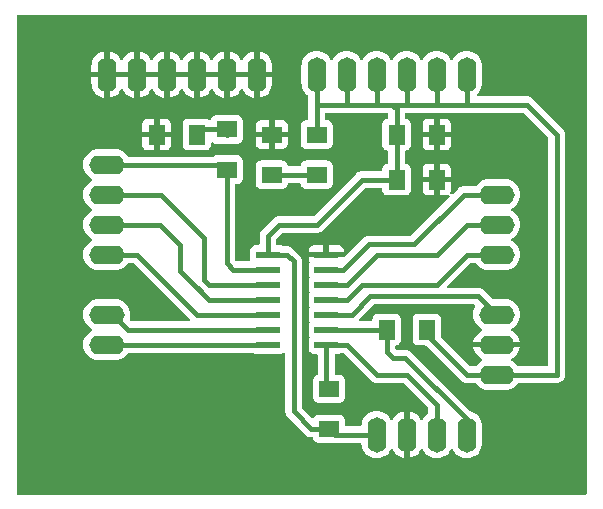
<source format=gbr>
%TF.GenerationSoftware,KiCad,Pcbnew,7.0.9*%
%TF.CreationDate,2024-01-26T11:06:44+01:00*%
%TF.ProjectId,Assignment10,41737369-676e-46d6-956e-7431302e6b69,rev?*%
%TF.SameCoordinates,Original*%
%TF.FileFunction,Copper,L1,Top*%
%TF.FilePolarity,Positive*%
%FSLAX46Y46*%
G04 Gerber Fmt 4.6, Leading zero omitted, Abs format (unit mm)*
G04 Created by KiCad (PCBNEW 7.0.9) date 2024-01-26 11:06:44*
%MOMM*%
%LPD*%
G01*
G04 APERTURE LIST*
%TA.AperFunction,ComponentPad*%
%ADD10O,3.000000X1.600000*%
%TD*%
%TA.AperFunction,SMDPad,CuDef*%
%ADD11R,1.400000X1.700000*%
%TD*%
%TA.AperFunction,SMDPad,CuDef*%
%ADD12R,1.700000X1.400000*%
%TD*%
%TA.AperFunction,ComponentPad*%
%ADD13O,1.600000X3.000000*%
%TD*%
%TA.AperFunction,SMDPad,CuDef*%
%ADD14R,2.000000X0.600000*%
%TD*%
%TA.AperFunction,Conductor*%
%ADD15C,0.400000*%
%TD*%
%TA.AperFunction,Conductor*%
%ADD16C,0.250000*%
%TD*%
G04 APERTURE END LIST*
D10*
%TO.P,UPDI_Connector1,1,Pin_1*%
%TO.N,UPDI*%
X175260000Y-86360000D03*
%TO.P,UPDI_Connector1,2,Pin_2*%
%TO.N,GND*%
X175260000Y-88900000D03*
%TO.P,UPDI_Connector1,3,Pin_3*%
%TO.N,VCC*%
X175260000Y-91440000D03*
%TD*%
D11*
%TO.P,C_PWR1,1*%
%TO.N,VCC*%
X166780000Y-74930000D03*
%TO.P,C_PWR1,2*%
%TO.N,GND*%
X170180000Y-74930000D03*
%TD*%
D10*
%TO.P,Serial1,1,Pin_1*%
%TO.N,TXD*%
X142240000Y-88900000D03*
%TO.P,Serial1,2,Pin_2*%
%TO.N,RXD*%
X142240000Y-86360000D03*
%TD*%
D12*
%TO.P,PWR_LED1,1,K*%
%TO.N,Net-(PWR_LED1-K)*%
X160020000Y-74520000D03*
%TO.P,PWR_LED1,2,A*%
%TO.N,VCC*%
X160020000Y-71120000D03*
%TD*%
D10*
%TO.P,I/O2,1,Pin_1*%
%TO.N,Net-(I/O2-Pin_1)*%
X175260000Y-76200000D03*
%TO.P,I/O2,2,Pin_2*%
%TO.N,Net-(I/O2-Pin_2)*%
X175260000Y-78740000D03*
%TO.P,I/O2,3,Pin_3*%
%TO.N,Net-(I/O2-Pin_3)*%
X175260000Y-81280000D03*
%TD*%
D11*
%TO.P,R_SCL1,1*%
%TO.N,SCL*%
X165940000Y-87630000D03*
%TO.P,R_SCL1,2*%
%TO.N,VCC*%
X169340000Y-87630000D03*
%TD*%
D13*
%TO.P,I2C1,1,Pin_1*%
%TO.N,SCL*%
X172720000Y-96520000D03*
%TO.P,I2C1,2,Pin_2*%
%TO.N,SDA*%
X170180000Y-96520000D03*
%TO.P,I2C1,3,Pin_3*%
%TO.N,GND*%
X167640000Y-96520000D03*
%TO.P,I2C1,4,Pin_4*%
%TO.N,VCC*%
X165100000Y-96520000D03*
%TD*%
D11*
%TO.P,R_PA4_LED1,1*%
%TO.N,Net-(PA4_LED1-K)*%
X149860000Y-71120000D03*
%TO.P,R_PA4_LED1,2*%
%TO.N,GND*%
X146460000Y-71120000D03*
%TD*%
D13*
%TO.P,VCC_Rail1,1,Pin_1*%
%TO.N,VCC*%
X160020000Y-66040000D03*
%TO.P,VCC_Rail1,2,Pin_2*%
X162560000Y-66040000D03*
%TO.P,VCC_Rail1,3,Pin_3*%
X165100000Y-66040000D03*
%TO.P,VCC_Rail1,4,Pin_4*%
X167640000Y-66040000D03*
%TO.P,VCC_Rail1,5,Pin_5*%
X170180000Y-66040000D03*
%TO.P,VCC_Rail1,6,Pin_6*%
X172720000Y-66040000D03*
%TD*%
D12*
%TO.P,R_SDA1,1*%
%TO.N,VCC*%
X161061700Y-96050774D03*
%TO.P,R_SDA1,2*%
%TO.N,SDA*%
X161061700Y-92650774D03*
%TD*%
%TO.P,R_PWR_LED1,1*%
%TO.N,Net-(PWR_LED1-K)*%
X156210000Y-74520000D03*
%TO.P,R_PWR_LED1,2*%
%TO.N,GND*%
X156210000Y-71120000D03*
%TD*%
D14*
%TO.P,U1,1,VCC*%
%TO.N,VCC*%
X155885000Y-81280000D03*
%TO.P,U1,2,PA4*%
%TO.N,PA4*%
X155885000Y-82550000D03*
%TO.P,U1,3,PA5*%
%TO.N,Net-(I/O1-Pin_3)*%
X155885000Y-83820000D03*
%TO.P,U1,4,PA6/DAC*%
%TO.N,Net-(I/O1-Pin_2)*%
X155885000Y-85090000D03*
%TO.P,U1,5,PA7*%
%TO.N,Net-(I/O1-Pin_1)*%
X155885000Y-86360000D03*
%TO.P,U1,6,PB3/RXD*%
%TO.N,RXD*%
X155885000Y-87630000D03*
%TO.P,U1,7,PB2/TXD*%
%TO.N,TXD*%
X155885000Y-88900000D03*
%TO.P,U1,8,PB1/SDA*%
%TO.N,SDA*%
X160835000Y-88900000D03*
%TO.P,U1,9,PB0/SCL*%
%TO.N,SCL*%
X160835000Y-87630000D03*
%TO.P,U1,10,~{RESET}/UPDI/PA0*%
%TO.N,UPDI*%
X160835000Y-86360000D03*
%TO.P,U1,11,PA1*%
%TO.N,Net-(I/O2-Pin_3)*%
X160835000Y-85090000D03*
%TO.P,U1,12,PA2*%
%TO.N,Net-(I/O2-Pin_2)*%
X160835000Y-83820000D03*
%TO.P,U1,13,PA3/SCK*%
%TO.N,Net-(I/O2-Pin_1)*%
X160835000Y-82550000D03*
%TO.P,U1,14,GND*%
%TO.N,GND*%
X160835000Y-81280000D03*
%TD*%
D12*
%TO.P,PA4_LED1,1,K*%
%TO.N,Net-(PA4_LED1-K)*%
X152400000Y-70690000D03*
%TO.P,PA4_LED1,2,A*%
%TO.N,PA4*%
X152400000Y-74090000D03*
%TD*%
D11*
%TO.P,C_PWR2,1*%
%TO.N,VCC*%
X166780000Y-71120000D03*
%TO.P,C_PWR2,2*%
%TO.N,GND*%
X170180000Y-71120000D03*
%TD*%
D10*
%TO.P,I/O1,1,Pin_1*%
%TO.N,Net-(I/O1-Pin_1)*%
X142240000Y-81280000D03*
%TO.P,I/O1,2,Pin_2*%
%TO.N,Net-(I/O1-Pin_2)*%
X142240000Y-78740000D03*
%TO.P,I/O1,3,Pin_3*%
%TO.N,Net-(I/O1-Pin_3)*%
X142240000Y-76200000D03*
%TO.P,I/O1,4,Pin_4*%
%TO.N,PA4*%
X142240000Y-73660000D03*
%TD*%
D13*
%TO.P,GND_Rail1,1,Pin_1*%
%TO.N,GND*%
X142240000Y-66040000D03*
%TO.P,GND_Rail1,2,Pin_2*%
X144780000Y-66040000D03*
%TO.P,GND_Rail1,3,Pin_3*%
X147320000Y-66040000D03*
%TO.P,GND_Rail1,4,Pin_4*%
X149860000Y-66040000D03*
%TO.P,GND_Rail1,5,Pin_5*%
X152400000Y-66040000D03*
%TO.P,GND_Rail1,6,Pin_6*%
X154940000Y-66040000D03*
%TD*%
D15*
%TO.N,VCC*%
X166780000Y-71120000D02*
X166780000Y-74930000D01*
X160020000Y-68580000D02*
X162560000Y-68580000D01*
X155885000Y-79685000D02*
X155885000Y-81280000D01*
X161530926Y-96520000D02*
X165100000Y-96520000D01*
X158062646Y-94562646D02*
X159550774Y-96050774D01*
X159550774Y-96050774D02*
X161061700Y-96050774D01*
X177800000Y-68580000D02*
X180340000Y-71120000D01*
X166780000Y-68990000D02*
X166370000Y-68580000D01*
X158062646Y-81862646D02*
X158062646Y-94562646D01*
X170180000Y-68580000D02*
X167640000Y-68580000D01*
X163830000Y-74930000D02*
X160020000Y-78740000D01*
X166370000Y-68580000D02*
X167640000Y-68580000D01*
X172720000Y-68580000D02*
X177800000Y-68580000D01*
X172720000Y-66040000D02*
X172720000Y-68580000D01*
X180340000Y-71120000D02*
X180340000Y-91440000D01*
X170180000Y-66040000D02*
X170180000Y-68580000D01*
X165100000Y-66040000D02*
X165100000Y-68580000D01*
X172720000Y-91440000D02*
X175260000Y-91440000D01*
X160020000Y-66040000D02*
X160020000Y-68580000D01*
X166780000Y-74930000D02*
X163830000Y-74930000D01*
X162560000Y-66040000D02*
X162560000Y-68580000D01*
X161061700Y-96050774D02*
X161530926Y-96520000D01*
X169340000Y-87630000D02*
X169340000Y-88060000D01*
X156830000Y-78740000D02*
X155885000Y-79685000D01*
X160020000Y-78740000D02*
X156830000Y-78740000D01*
X166780000Y-68990000D02*
X166780000Y-71120000D01*
X162560000Y-68580000D02*
X166370000Y-68580000D01*
X180340000Y-91440000D02*
X175260000Y-91440000D01*
X160020000Y-68580000D02*
X160020000Y-71120000D01*
X169340000Y-88060000D02*
X172720000Y-91440000D01*
X157480000Y-81280000D02*
X158062646Y-81862646D01*
X172720000Y-68580000D02*
X170180000Y-68580000D01*
X167640000Y-66040000D02*
X167640000Y-68580000D01*
X155885000Y-81280000D02*
X157480000Y-81280000D01*
%TO.N,Net-(I/O1-Pin_2)*%
X150885169Y-85090000D02*
X155885000Y-85090000D01*
X148458808Y-80487938D02*
X148458808Y-82661622D01*
X146710870Y-78740000D02*
X148458808Y-80487938D01*
X149617186Y-83822017D02*
X150191494Y-84396325D01*
X149617186Y-83822017D02*
X150885169Y-85090000D01*
X142240000Y-78740000D02*
X146710870Y-78740000D01*
X149617186Y-83820000D02*
X149617186Y-83822017D01*
X148458808Y-82661622D02*
X149617186Y-83820000D01*
%TO.N,Net-(I/O1-Pin_3)*%
X150517186Y-83449225D02*
X150887961Y-83820000D01*
X142240000Y-76200000D02*
X146832208Y-76200000D01*
X146832208Y-76200000D02*
X150517186Y-79884978D01*
X150887961Y-83820000D02*
X155885000Y-83820000D01*
X150517186Y-79884978D02*
X150517186Y-83449225D01*
D16*
%TO.N,PA4*%
X155185000Y-82550000D02*
X155885000Y-82550000D01*
D15*
X152400000Y-74520000D02*
X152400000Y-81995066D01*
X152954934Y-82550000D02*
X155885000Y-82550000D01*
X151588056Y-73708056D02*
X142288056Y-73708056D01*
X152400000Y-81995066D02*
X152954934Y-82550000D01*
X142288056Y-73708056D02*
X142240000Y-73660000D01*
X152400000Y-74520000D02*
X151588056Y-73708056D01*
%TO.N,Net-(I/O1-Pin_1)*%
X144780000Y-81280000D02*
X149860000Y-86360000D01*
X142240000Y-81280000D02*
X144780000Y-81280000D01*
X149860000Y-86360000D02*
X155885000Y-86360000D01*
%TO.N,Net-(I/O2-Pin_2)*%
X175260000Y-78740000D02*
X172720000Y-78740000D01*
X162560000Y-83820000D02*
X165100000Y-81280000D01*
X172720000Y-78740000D02*
X170180000Y-81280000D01*
X165100000Y-81280000D02*
X170180000Y-81280000D01*
X160835000Y-83820000D02*
X162560000Y-83820000D01*
%TO.N,Net-(I/O2-Pin_3)*%
X170180000Y-83820000D02*
X163832792Y-83820000D01*
X172720000Y-81280000D02*
X170180000Y-83820000D01*
X175260000Y-81280000D02*
X172720000Y-81280000D01*
X162562792Y-85090000D02*
X160835000Y-85090000D01*
X163832792Y-83820000D02*
X162562792Y-85090000D01*
%TO.N,Net-(I/O2-Pin_1)*%
X160835000Y-82550000D02*
X162265000Y-82550000D01*
X172459817Y-76200000D02*
X175260000Y-76200000D01*
X173990000Y-76200000D02*
X175563382Y-76200000D01*
X162265000Y-82550000D02*
X164435000Y-80380000D01*
X164435000Y-80380000D02*
X168279817Y-80380000D01*
X168279817Y-80380000D02*
X172459817Y-76200000D01*
%TO.N,SDA*%
X162560000Y-88900000D02*
X165100000Y-91440000D01*
X160835000Y-88900000D02*
X162560000Y-88900000D01*
X160835000Y-92424074D02*
X160835000Y-88900000D01*
X167640000Y-91440000D02*
X170180000Y-93980000D01*
X165100000Y-91440000D02*
X167640000Y-91440000D01*
X170180000Y-93980000D02*
X170180000Y-96520000D01*
X161061700Y-92650774D02*
X160835000Y-92424074D01*
%TO.N,SCL*%
X160835000Y-87630000D02*
X165940000Y-87630000D01*
X167518954Y-90046162D02*
X172720000Y-95247208D01*
X165940000Y-89510142D02*
X166476020Y-90046162D01*
X166476020Y-90046162D02*
X167518954Y-90046162D01*
X172720000Y-95247208D02*
X172720000Y-96520000D01*
X165940000Y-87630000D02*
X165940000Y-89510142D01*
%TO.N,Net-(PA4_LED1-K)*%
X149860000Y-71120000D02*
X150290000Y-70690000D01*
X151970000Y-70690000D02*
X152400000Y-71120000D01*
X150290000Y-70690000D02*
X151970000Y-70690000D01*
%TO.N,Net-(PWR_LED1-K)*%
X160020000Y-74520000D02*
X156210000Y-74520000D01*
%TO.N,RXD*%
X142740000Y-86360000D02*
X144010000Y-87630000D01*
X144010000Y-87630000D02*
X155885000Y-87630000D01*
X142240000Y-86360000D02*
X142740000Y-86360000D01*
%TO.N,TXD*%
X142240000Y-88900000D02*
X155885000Y-88900000D01*
%TO.N,UPDI*%
X164540000Y-84810000D02*
X173710000Y-84810000D01*
X173710000Y-84810000D02*
X175260000Y-86360000D01*
X160835000Y-86360000D02*
X162990000Y-86360000D01*
X162990000Y-86360000D02*
X164540000Y-84810000D01*
%TD*%
%TA.AperFunction,Conductor*%
%TO.N,GND*%
G36*
X177525520Y-69300185D02*
G01*
X177546162Y-69316819D01*
X179603181Y-71373838D01*
X179636666Y-71435161D01*
X179639500Y-71461519D01*
X179639500Y-90615500D01*
X179619815Y-90682539D01*
X179567011Y-90728294D01*
X179515500Y-90739500D01*
X177121673Y-90739500D01*
X177054634Y-90719815D01*
X177020098Y-90686623D01*
X176960045Y-90600858D01*
X176799141Y-90439954D01*
X176612734Y-90309432D01*
X176612732Y-90309431D01*
X176601275Y-90304088D01*
X176554132Y-90282105D01*
X176501694Y-90235934D01*
X176482542Y-90168740D01*
X176502758Y-90101859D01*
X176554134Y-90057341D01*
X176612484Y-90030132D01*
X176798820Y-89899657D01*
X176959657Y-89738820D01*
X177090134Y-89552482D01*
X177186265Y-89346326D01*
X177186269Y-89346317D01*
X177238872Y-89150000D01*
X175919329Y-89150000D01*
X175960000Y-88984995D01*
X175960000Y-88815005D01*
X175919329Y-88650000D01*
X177238872Y-88650000D01*
X177238872Y-88649999D01*
X177186269Y-88453682D01*
X177186265Y-88453673D01*
X177090134Y-88247517D01*
X176959657Y-88061179D01*
X176798820Y-87900342D01*
X176612482Y-87769865D01*
X176554133Y-87742657D01*
X176501694Y-87696484D01*
X176482542Y-87629291D01*
X176502758Y-87562410D01*
X176554129Y-87517895D01*
X176612734Y-87490568D01*
X176799139Y-87360047D01*
X176960047Y-87199139D01*
X177090568Y-87012734D01*
X177186739Y-86806496D01*
X177245635Y-86586692D01*
X177265468Y-86360000D01*
X177245635Y-86133308D01*
X177186739Y-85913504D01*
X177090568Y-85707266D01*
X176960047Y-85520861D01*
X176960045Y-85520858D01*
X176799141Y-85359954D01*
X176612734Y-85229432D01*
X176612732Y-85229431D01*
X176406497Y-85133261D01*
X176406488Y-85133258D01*
X176186697Y-85074366D01*
X176186687Y-85074364D01*
X176016784Y-85059500D01*
X175001519Y-85059500D01*
X174934480Y-85039815D01*
X174913838Y-85023181D01*
X174573170Y-84682513D01*
X174221598Y-84330941D01*
X174219064Y-84328250D01*
X174177929Y-84281817D01*
X174177928Y-84281816D01*
X174177924Y-84281812D01*
X174126896Y-84246591D01*
X174123887Y-84244377D01*
X174075060Y-84206124D01*
X174075055Y-84206120D01*
X174065813Y-84201961D01*
X174046266Y-84190936D01*
X174037931Y-84185183D01*
X174037932Y-84185183D01*
X174037930Y-84185182D01*
X173979941Y-84163189D01*
X173976490Y-84161759D01*
X173919930Y-84136304D01*
X173909946Y-84134474D01*
X173888343Y-84128451D01*
X173878874Y-84124860D01*
X173878870Y-84124859D01*
X173817313Y-84117384D01*
X173813612Y-84116821D01*
X173752608Y-84105642D01*
X173752603Y-84105642D01*
X173690697Y-84109387D01*
X173686952Y-84109500D01*
X171180519Y-84109500D01*
X171113480Y-84089815D01*
X171067725Y-84037011D01*
X171057781Y-83967853D01*
X171086806Y-83904297D01*
X171092838Y-83897819D01*
X172973838Y-82016819D01*
X173035161Y-81983334D01*
X173061519Y-81980500D01*
X173398327Y-81980500D01*
X173465366Y-82000185D01*
X173499902Y-82033377D01*
X173559954Y-82119141D01*
X173720858Y-82280045D01*
X173720861Y-82280047D01*
X173907266Y-82410568D01*
X174113504Y-82506739D01*
X174333308Y-82565635D01*
X174503216Y-82580500D01*
X176016784Y-82580500D01*
X176186692Y-82565635D01*
X176406496Y-82506739D01*
X176612734Y-82410568D01*
X176799139Y-82280047D01*
X176960047Y-82119139D01*
X177090568Y-81932734D01*
X177186739Y-81726496D01*
X177245635Y-81506692D01*
X177265468Y-81280000D01*
X177245635Y-81053308D01*
X177186739Y-80833504D01*
X177090568Y-80627266D01*
X176960047Y-80440861D01*
X176960045Y-80440858D01*
X176799141Y-80279954D01*
X176612734Y-80149432D01*
X176612728Y-80149429D01*
X176555804Y-80122885D01*
X176554724Y-80122381D01*
X176502285Y-80076210D01*
X176483133Y-80009017D01*
X176503348Y-79942135D01*
X176554725Y-79897618D01*
X176612734Y-79870568D01*
X176799139Y-79740047D01*
X176960047Y-79579139D01*
X177090568Y-79392734D01*
X177186739Y-79186496D01*
X177245635Y-78966692D01*
X177265468Y-78740000D01*
X177245635Y-78513308D01*
X177186739Y-78293504D01*
X177090568Y-78087266D01*
X176960047Y-77900861D01*
X176960045Y-77900858D01*
X176799141Y-77739954D01*
X176612734Y-77609432D01*
X176612728Y-77609429D01*
X176554725Y-77582382D01*
X176502285Y-77536210D01*
X176483133Y-77469017D01*
X176503348Y-77402135D01*
X176554725Y-77357618D01*
X176612734Y-77330568D01*
X176799139Y-77200047D01*
X176960047Y-77039139D01*
X177090568Y-76852734D01*
X177186739Y-76646496D01*
X177245635Y-76426692D01*
X177265468Y-76200000D01*
X177245635Y-75973308D01*
X177186739Y-75753504D01*
X177090568Y-75547266D01*
X176960047Y-75360861D01*
X176960045Y-75360858D01*
X176799141Y-75199954D01*
X176612734Y-75069432D01*
X176612732Y-75069431D01*
X176406497Y-74973261D01*
X176406488Y-74973258D01*
X176186697Y-74914366D01*
X176186687Y-74914364D01*
X176016784Y-74899500D01*
X174503216Y-74899500D01*
X174333312Y-74914364D01*
X174333302Y-74914366D01*
X174113511Y-74973258D01*
X174113502Y-74973261D01*
X173907267Y-75069431D01*
X173907265Y-75069432D01*
X173720858Y-75199954D01*
X173559954Y-75360858D01*
X173499902Y-75446623D01*
X173445325Y-75490248D01*
X173398327Y-75499500D01*
X172482865Y-75499500D01*
X172479120Y-75499387D01*
X172417213Y-75495642D01*
X172417206Y-75495642D01*
X172356203Y-75506821D01*
X172352502Y-75507384D01*
X172290945Y-75514859D01*
X172290938Y-75514861D01*
X172281464Y-75518454D01*
X172259866Y-75524475D01*
X172249886Y-75526304D01*
X172193336Y-75551755D01*
X172189877Y-75553188D01*
X172131888Y-75575181D01*
X172131883Y-75575184D01*
X172123539Y-75580943D01*
X172104004Y-75591961D01*
X172094764Y-75596120D01*
X172094762Y-75596121D01*
X172045953Y-75634359D01*
X172042939Y-75636576D01*
X171991887Y-75671817D01*
X171991885Y-75671818D01*
X171950759Y-75718240D01*
X171948192Y-75720966D01*
X171533855Y-76135304D01*
X171472532Y-76168789D01*
X171402841Y-76163805D01*
X171346907Y-76121934D01*
X171322490Y-76056469D01*
X171329992Y-76004290D01*
X171373596Y-75887379D01*
X171373598Y-75887372D01*
X171379999Y-75827844D01*
X171380000Y-75827827D01*
X171380000Y-75180000D01*
X170430000Y-75180000D01*
X170430000Y-76280000D01*
X170927828Y-76280000D01*
X170927844Y-76279999D01*
X170987372Y-76273598D01*
X170987376Y-76273597D01*
X171104289Y-76229991D01*
X171173981Y-76225007D01*
X171235304Y-76258491D01*
X171268789Y-76319814D01*
X171263805Y-76389506D01*
X171235304Y-76433854D01*
X168025979Y-79643181D01*
X167964656Y-79676666D01*
X167938298Y-79679500D01*
X164458036Y-79679500D01*
X164454292Y-79679387D01*
X164392397Y-79675643D01*
X164392390Y-79675643D01*
X164331402Y-79686819D01*
X164327701Y-79687382D01*
X164266125Y-79694860D01*
X164256642Y-79698456D01*
X164235038Y-79704478D01*
X164233535Y-79704754D01*
X164225065Y-79706306D01*
X164225063Y-79706307D01*
X164168527Y-79731752D01*
X164165069Y-79733184D01*
X164107069Y-79755182D01*
X164098724Y-79760942D01*
X164079183Y-79771964D01*
X164069944Y-79776122D01*
X164069939Y-79776125D01*
X164021121Y-79814370D01*
X164018106Y-79816589D01*
X163967072Y-79851816D01*
X163967065Y-79851822D01*
X163925942Y-79898240D01*
X163923375Y-79900966D01*
X162330661Y-81493681D01*
X162269338Y-81527166D01*
X162242980Y-81530000D01*
X159335000Y-81530000D01*
X159335000Y-81627844D01*
X159341401Y-81687372D01*
X159341403Y-81687379D01*
X159391645Y-81822086D01*
X159391648Y-81822092D01*
X159405259Y-81840274D01*
X159429675Y-81905739D01*
X159414822Y-81974012D01*
X159405260Y-81988892D01*
X159391203Y-82007670D01*
X159391202Y-82007671D01*
X159340910Y-82142513D01*
X159340909Y-82142517D01*
X159334500Y-82202127D01*
X159334500Y-82202134D01*
X159334500Y-82202135D01*
X159334500Y-82897870D01*
X159334501Y-82897876D01*
X159340908Y-82957483D01*
X159391202Y-83092328D01*
X159391205Y-83092334D01*
X159404947Y-83110691D01*
X159429363Y-83176156D01*
X159414510Y-83244429D01*
X159404947Y-83259309D01*
X159391205Y-83277665D01*
X159391202Y-83277671D01*
X159340910Y-83412513D01*
X159340909Y-83412517D01*
X159334500Y-83472127D01*
X159334500Y-83472134D01*
X159334500Y-83472135D01*
X159334500Y-84167870D01*
X159334501Y-84167876D01*
X159340908Y-84227483D01*
X159391202Y-84362328D01*
X159391205Y-84362334D01*
X159404947Y-84380691D01*
X159429363Y-84446156D01*
X159414510Y-84514429D01*
X159404947Y-84529309D01*
X159391205Y-84547665D01*
X159391202Y-84547671D01*
X159340910Y-84682513D01*
X159340909Y-84682517D01*
X159334500Y-84742127D01*
X159334500Y-84742134D01*
X159334500Y-84742135D01*
X159334500Y-85437870D01*
X159334501Y-85437876D01*
X159340908Y-85497483D01*
X159391202Y-85632328D01*
X159391205Y-85632334D01*
X159404947Y-85650691D01*
X159429363Y-85716156D01*
X159414510Y-85784429D01*
X159404947Y-85799309D01*
X159391205Y-85817665D01*
X159391202Y-85817671D01*
X159355457Y-85913511D01*
X159340909Y-85952517D01*
X159334500Y-86012127D01*
X159334500Y-86012134D01*
X159334500Y-86012135D01*
X159334500Y-86707870D01*
X159334501Y-86707876D01*
X159340908Y-86767483D01*
X159391202Y-86902328D01*
X159391205Y-86902334D01*
X159404947Y-86920691D01*
X159429363Y-86986156D01*
X159414510Y-87054429D01*
X159404947Y-87069309D01*
X159391205Y-87087665D01*
X159391202Y-87087671D01*
X159340910Y-87222513D01*
X159340909Y-87222517D01*
X159334500Y-87282127D01*
X159334500Y-87282134D01*
X159334500Y-87282135D01*
X159334500Y-87977870D01*
X159334501Y-87977876D01*
X159340908Y-88037483D01*
X159391202Y-88172328D01*
X159391205Y-88172334D01*
X159404947Y-88190691D01*
X159429363Y-88256156D01*
X159414510Y-88324429D01*
X159404947Y-88339309D01*
X159391205Y-88357665D01*
X159391202Y-88357671D01*
X159340910Y-88492513D01*
X159340909Y-88492517D01*
X159334500Y-88552127D01*
X159334500Y-88552134D01*
X159334500Y-88552135D01*
X159334500Y-89247870D01*
X159334501Y-89247876D01*
X159340908Y-89307483D01*
X159391202Y-89442328D01*
X159391206Y-89442335D01*
X159477452Y-89557544D01*
X159477455Y-89557547D01*
X159592664Y-89643793D01*
X159592671Y-89643797D01*
X159618357Y-89653377D01*
X159727517Y-89694091D01*
X159787127Y-89700500D01*
X160010500Y-89700499D01*
X160077539Y-89720183D01*
X160123294Y-89772987D01*
X160134500Y-89824499D01*
X160134500Y-91359292D01*
X160114815Y-91426331D01*
X160062011Y-91472086D01*
X160053834Y-91475474D01*
X159969369Y-91506977D01*
X159969364Y-91506980D01*
X159854155Y-91593226D01*
X159854152Y-91593229D01*
X159767906Y-91708438D01*
X159767902Y-91708445D01*
X159717608Y-91843291D01*
X159714104Y-91875890D01*
X159711201Y-91902897D01*
X159711200Y-91902909D01*
X159711200Y-93398644D01*
X159711201Y-93398650D01*
X159717608Y-93458257D01*
X159767902Y-93593102D01*
X159767906Y-93593109D01*
X159854152Y-93708318D01*
X159854155Y-93708321D01*
X159969364Y-93794567D01*
X159969371Y-93794571D01*
X160104217Y-93844865D01*
X160104216Y-93844865D01*
X160111144Y-93845609D01*
X160163827Y-93851274D01*
X161959572Y-93851273D01*
X162019183Y-93844865D01*
X162154031Y-93794570D01*
X162269246Y-93708320D01*
X162355496Y-93593105D01*
X162405791Y-93458257D01*
X162412200Y-93398647D01*
X162412199Y-91902902D01*
X162405791Y-91843291D01*
X162404881Y-91840852D01*
X162355497Y-91708445D01*
X162355493Y-91708438D01*
X162269247Y-91593229D01*
X162269244Y-91593226D01*
X162154035Y-91506980D01*
X162154028Y-91506976D01*
X162019182Y-91456682D01*
X162019183Y-91456682D01*
X161959583Y-91450275D01*
X161959581Y-91450274D01*
X161959573Y-91450274D01*
X161959565Y-91450274D01*
X161659500Y-91450274D01*
X161592461Y-91430589D01*
X161546706Y-91377785D01*
X161535500Y-91326274D01*
X161535500Y-89824499D01*
X161555185Y-89757460D01*
X161607989Y-89711705D01*
X161659500Y-89700499D01*
X161882871Y-89700499D01*
X161882872Y-89700499D01*
X161942483Y-89694091D01*
X162077331Y-89643796D01*
X162102128Y-89625233D01*
X162167592Y-89600816D01*
X162176439Y-89600500D01*
X162218481Y-89600500D01*
X162285520Y-89620185D01*
X162306162Y-89636819D01*
X164588399Y-91919056D01*
X164590935Y-91921750D01*
X164632071Y-91968183D01*
X164663431Y-91989829D01*
X164683110Y-92003413D01*
X164686127Y-92005633D01*
X164734938Y-92043874D01*
X164734943Y-92043877D01*
X164744174Y-92048031D01*
X164763727Y-92059059D01*
X164772070Y-92064818D01*
X164816583Y-92081699D01*
X164830057Y-92086809D01*
X164833512Y-92088239D01*
X164859175Y-92099790D01*
X164890063Y-92113692D01*
X164890064Y-92113692D01*
X164890068Y-92113694D01*
X164900030Y-92115519D01*
X164921651Y-92121546D01*
X164931125Y-92125139D01*
X164931128Y-92125140D01*
X164947871Y-92127173D01*
X164992689Y-92132615D01*
X164996386Y-92133177D01*
X165057394Y-92144357D01*
X165057395Y-92144356D01*
X165057396Y-92144357D01*
X165119292Y-92140613D01*
X165123036Y-92140500D01*
X167298481Y-92140500D01*
X167365520Y-92160185D01*
X167386162Y-92176819D01*
X169443181Y-94233838D01*
X169476666Y-94295161D01*
X169479500Y-94321519D01*
X169479500Y-94658326D01*
X169459815Y-94725365D01*
X169426624Y-94759901D01*
X169340863Y-94819951D01*
X169179951Y-94980862D01*
X169049433Y-95167264D01*
X169049432Y-95167266D01*
X169049315Y-95167518D01*
X169022106Y-95225867D01*
X168975933Y-95278306D01*
X168908739Y-95297457D01*
X168841858Y-95277241D01*
X168797342Y-95225865D01*
X168770135Y-95167520D01*
X168770134Y-95167518D01*
X168639657Y-94981179D01*
X168478820Y-94820342D01*
X168292482Y-94689865D01*
X168086328Y-94593734D01*
X167890000Y-94541127D01*
X167890000Y-95866162D01*
X167808751Y-95835349D01*
X167682340Y-95820000D01*
X167597660Y-95820000D01*
X167471249Y-95835349D01*
X167390000Y-95866162D01*
X167390000Y-94541127D01*
X167193671Y-94593734D01*
X166987517Y-94689865D01*
X166801179Y-94820342D01*
X166640342Y-94981179D01*
X166509867Y-95167515D01*
X166482657Y-95225867D01*
X166436484Y-95278306D01*
X166369290Y-95297457D01*
X166302409Y-95277241D01*
X166257893Y-95225865D01*
X166230685Y-95167518D01*
X166230568Y-95167266D01*
X166100047Y-94980861D01*
X166100045Y-94980858D01*
X165939141Y-94819954D01*
X165752734Y-94689432D01*
X165752732Y-94689431D01*
X165546497Y-94593261D01*
X165546488Y-94593258D01*
X165326697Y-94534366D01*
X165326693Y-94534365D01*
X165326692Y-94534365D01*
X165326691Y-94534364D01*
X165326686Y-94534364D01*
X165100002Y-94514532D01*
X165099998Y-94514532D01*
X164873313Y-94534364D01*
X164873302Y-94534366D01*
X164653511Y-94593258D01*
X164653502Y-94593261D01*
X164447267Y-94689431D01*
X164447265Y-94689432D01*
X164260858Y-94819954D01*
X164099954Y-94980858D01*
X163969432Y-95167265D01*
X163969431Y-95167267D01*
X163873261Y-95373502D01*
X163873258Y-95373511D01*
X163814366Y-95593302D01*
X163814364Y-95593313D01*
X163804479Y-95706307D01*
X163779027Y-95771376D01*
X163722436Y-95812355D01*
X163680951Y-95819500D01*
X162536199Y-95819500D01*
X162469160Y-95799815D01*
X162423405Y-95747011D01*
X162412199Y-95695500D01*
X162412199Y-95302903D01*
X162412198Y-95302897D01*
X162411613Y-95297457D01*
X162405791Y-95243291D01*
X162401352Y-95231390D01*
X162355497Y-95108445D01*
X162355493Y-95108438D01*
X162269247Y-94993229D01*
X162269244Y-94993226D01*
X162154035Y-94906980D01*
X162154028Y-94906976D01*
X162019182Y-94856682D01*
X162019183Y-94856682D01*
X161959583Y-94850275D01*
X161959581Y-94850274D01*
X161959573Y-94850274D01*
X161959564Y-94850274D01*
X160163829Y-94850274D01*
X160163823Y-94850275D01*
X160104216Y-94856682D01*
X159969371Y-94906976D01*
X159969364Y-94906980D01*
X159854155Y-94993226D01*
X159781394Y-95090421D01*
X159725460Y-95132291D01*
X159655768Y-95137275D01*
X159594447Y-95103790D01*
X158799465Y-94308808D01*
X158765980Y-94247485D01*
X158763146Y-94221127D01*
X158763146Y-81885693D01*
X158763259Y-81881948D01*
X158767004Y-81820040D01*
X158755821Y-81759017D01*
X158755259Y-81755320D01*
X158751758Y-81726488D01*
X158747786Y-81693774D01*
X158744194Y-81684302D01*
X158738167Y-81662680D01*
X158736341Y-81652717D01*
X158736341Y-81652715D01*
X158710869Y-81596120D01*
X158709458Y-81592711D01*
X158687464Y-81534716D01*
X158681709Y-81526379D01*
X158670682Y-81506828D01*
X158666525Y-81497592D01*
X158666524Y-81497589D01*
X158648933Y-81475136D01*
X158628276Y-81448768D01*
X158626056Y-81445752D01*
X158590828Y-81394716D01*
X158585794Y-81390256D01*
X158544396Y-81353581D01*
X158541702Y-81351045D01*
X158220657Y-81030000D01*
X159335000Y-81030000D01*
X160585000Y-81030000D01*
X160585000Y-80480000D01*
X161085000Y-80480000D01*
X161085000Y-81030000D01*
X162335000Y-81030000D01*
X162335000Y-80932172D01*
X162334999Y-80932155D01*
X162328598Y-80872627D01*
X162328596Y-80872620D01*
X162278354Y-80737913D01*
X162278350Y-80737906D01*
X162192190Y-80622812D01*
X162192187Y-80622809D01*
X162077093Y-80536649D01*
X162077086Y-80536645D01*
X161942379Y-80486403D01*
X161942372Y-80486401D01*
X161882844Y-80480000D01*
X161085000Y-80480000D01*
X160585000Y-80480000D01*
X159787155Y-80480000D01*
X159727627Y-80486401D01*
X159727620Y-80486403D01*
X159592913Y-80536645D01*
X159592906Y-80536649D01*
X159477812Y-80622809D01*
X159477809Y-80622812D01*
X159391649Y-80737906D01*
X159391645Y-80737913D01*
X159341403Y-80872620D01*
X159341401Y-80872627D01*
X159335000Y-80932155D01*
X159335000Y-81030000D01*
X158220657Y-81030000D01*
X157991598Y-80800941D01*
X157989064Y-80798250D01*
X157947929Y-80751817D01*
X157947928Y-80751816D01*
X157947924Y-80751812D01*
X157896896Y-80716591D01*
X157893887Y-80714377D01*
X157845060Y-80676124D01*
X157845055Y-80676120D01*
X157835813Y-80671961D01*
X157816266Y-80660936D01*
X157807931Y-80655183D01*
X157807932Y-80655183D01*
X157807930Y-80655182D01*
X157749941Y-80633189D01*
X157746490Y-80631759D01*
X157689930Y-80606304D01*
X157679946Y-80604474D01*
X157658343Y-80598451D01*
X157648874Y-80594860D01*
X157648870Y-80594859D01*
X157587313Y-80587384D01*
X157583612Y-80586821D01*
X157522608Y-80575642D01*
X157522603Y-80575642D01*
X157460697Y-80579387D01*
X157456952Y-80579500D01*
X157226439Y-80579500D01*
X157159400Y-80559815D01*
X157152128Y-80554767D01*
X157127331Y-80536204D01*
X157127328Y-80536202D01*
X156992482Y-80485908D01*
X156992483Y-80485908D01*
X156932883Y-80479501D01*
X156932881Y-80479500D01*
X156932873Y-80479500D01*
X156932865Y-80479500D01*
X156709500Y-80479500D01*
X156642461Y-80459815D01*
X156596706Y-80407011D01*
X156585500Y-80355500D01*
X156585500Y-80026519D01*
X156605185Y-79959480D01*
X156621819Y-79938838D01*
X157083838Y-79476819D01*
X157145161Y-79443334D01*
X157171519Y-79440500D01*
X159996952Y-79440500D01*
X160000697Y-79440613D01*
X160008042Y-79441057D01*
X160062606Y-79444358D01*
X160100314Y-79437447D01*
X160123621Y-79433177D01*
X160127325Y-79432613D01*
X160145170Y-79430446D01*
X160188872Y-79425140D01*
X160198335Y-79421550D01*
X160219961Y-79415522D01*
X160222509Y-79415055D01*
X160229932Y-79413695D01*
X160286512Y-79388229D01*
X160289942Y-79386809D01*
X160347930Y-79364818D01*
X160356266Y-79359062D01*
X160375821Y-79348034D01*
X160385057Y-79343878D01*
X160433896Y-79305613D01*
X160436876Y-79303421D01*
X160487929Y-79268183D01*
X160529065Y-79221748D01*
X160531599Y-79219056D01*
X164083838Y-75666819D01*
X164145161Y-75633334D01*
X164171519Y-75630500D01*
X165455501Y-75630500D01*
X165522540Y-75650185D01*
X165568295Y-75702989D01*
X165579501Y-75754500D01*
X165579501Y-75827876D01*
X165585908Y-75887483D01*
X165636202Y-76022328D01*
X165636206Y-76022335D01*
X165722452Y-76137544D01*
X165722455Y-76137547D01*
X165837664Y-76223793D01*
X165837671Y-76223797D01*
X165972517Y-76274091D01*
X165972516Y-76274091D01*
X165979444Y-76274835D01*
X166032127Y-76280500D01*
X167527872Y-76280499D01*
X167587483Y-76274091D01*
X167722331Y-76223796D01*
X167837546Y-76137546D01*
X167923796Y-76022331D01*
X167974091Y-75887483D01*
X167980500Y-75827873D01*
X167980499Y-75180000D01*
X168980000Y-75180000D01*
X168980000Y-75827844D01*
X168986401Y-75887372D01*
X168986403Y-75887379D01*
X169036645Y-76022086D01*
X169036649Y-76022093D01*
X169122809Y-76137187D01*
X169122812Y-76137190D01*
X169237906Y-76223350D01*
X169237913Y-76223354D01*
X169372620Y-76273596D01*
X169372627Y-76273598D01*
X169432155Y-76279999D01*
X169432172Y-76280000D01*
X169930000Y-76280000D01*
X169930000Y-75180000D01*
X168980000Y-75180000D01*
X167980499Y-75180000D01*
X167980499Y-74680000D01*
X168980000Y-74680000D01*
X169930000Y-74680000D01*
X169930000Y-73580000D01*
X170430000Y-73580000D01*
X170430000Y-74680000D01*
X171380000Y-74680000D01*
X171380000Y-74032172D01*
X171379999Y-74032155D01*
X171373598Y-73972627D01*
X171373596Y-73972620D01*
X171323354Y-73837913D01*
X171323350Y-73837906D01*
X171237190Y-73722812D01*
X171237187Y-73722809D01*
X171122093Y-73636649D01*
X171122086Y-73636645D01*
X170987379Y-73586403D01*
X170987372Y-73586401D01*
X170927844Y-73580000D01*
X170430000Y-73580000D01*
X169930000Y-73580000D01*
X169432155Y-73580000D01*
X169372627Y-73586401D01*
X169372620Y-73586403D01*
X169237913Y-73636645D01*
X169237906Y-73636649D01*
X169122812Y-73722809D01*
X169122809Y-73722812D01*
X169036649Y-73837906D01*
X169036645Y-73837913D01*
X168986403Y-73972620D01*
X168986401Y-73972627D01*
X168980000Y-74032155D01*
X168980000Y-74680000D01*
X167980499Y-74680000D01*
X167980499Y-74032128D01*
X167974091Y-73972517D01*
X167942082Y-73886697D01*
X167923797Y-73837671D01*
X167923793Y-73837664D01*
X167837547Y-73722455D01*
X167837544Y-73722452D01*
X167722335Y-73636206D01*
X167722328Y-73636202D01*
X167587482Y-73585908D01*
X167579938Y-73584126D01*
X167580474Y-73581853D01*
X167526688Y-73559571D01*
X167486843Y-73502177D01*
X167480500Y-73463024D01*
X167480500Y-72586976D01*
X167500185Y-72519937D01*
X167552989Y-72474182D01*
X167580135Y-72466736D01*
X167579932Y-72465876D01*
X167587479Y-72464092D01*
X167587481Y-72464091D01*
X167587483Y-72464091D01*
X167722331Y-72413796D01*
X167837546Y-72327546D01*
X167923796Y-72212331D01*
X167974091Y-72077483D01*
X167980500Y-72017873D01*
X167980499Y-71370000D01*
X168980000Y-71370000D01*
X168980000Y-72017844D01*
X168986401Y-72077372D01*
X168986403Y-72077379D01*
X169036645Y-72212086D01*
X169036649Y-72212093D01*
X169122809Y-72327187D01*
X169122812Y-72327190D01*
X169237906Y-72413350D01*
X169237913Y-72413354D01*
X169372620Y-72463596D01*
X169372627Y-72463598D01*
X169432155Y-72469999D01*
X169432172Y-72470000D01*
X169930000Y-72470000D01*
X169930000Y-71370000D01*
X170430000Y-71370000D01*
X170430000Y-72470000D01*
X170927828Y-72470000D01*
X170927844Y-72469999D01*
X170987372Y-72463598D01*
X170987379Y-72463596D01*
X171122086Y-72413354D01*
X171122093Y-72413350D01*
X171237187Y-72327190D01*
X171237190Y-72327187D01*
X171323350Y-72212093D01*
X171323354Y-72212086D01*
X171373596Y-72077379D01*
X171373598Y-72077372D01*
X171379999Y-72017844D01*
X171380000Y-72017827D01*
X171380000Y-71370000D01*
X170430000Y-71370000D01*
X169930000Y-71370000D01*
X168980000Y-71370000D01*
X167980499Y-71370000D01*
X167980499Y-70870000D01*
X168980000Y-70870000D01*
X169930000Y-70870000D01*
X169930000Y-69770000D01*
X170430000Y-69770000D01*
X170430000Y-70870000D01*
X171380000Y-70870000D01*
X171380000Y-70222172D01*
X171379999Y-70222155D01*
X171373598Y-70162627D01*
X171373596Y-70162620D01*
X171323354Y-70027913D01*
X171323350Y-70027906D01*
X171237190Y-69912812D01*
X171237187Y-69912809D01*
X171122093Y-69826649D01*
X171122086Y-69826645D01*
X170987379Y-69776403D01*
X170987372Y-69776401D01*
X170927844Y-69770000D01*
X170430000Y-69770000D01*
X169930000Y-69770000D01*
X169432155Y-69770000D01*
X169372627Y-69776401D01*
X169372620Y-69776403D01*
X169237913Y-69826645D01*
X169237906Y-69826649D01*
X169122812Y-69912809D01*
X169122809Y-69912812D01*
X169036649Y-70027906D01*
X169036645Y-70027913D01*
X168986403Y-70162620D01*
X168986401Y-70162627D01*
X168980000Y-70222155D01*
X168980000Y-70870000D01*
X167980499Y-70870000D01*
X167980499Y-70222128D01*
X167974091Y-70162517D01*
X167936903Y-70062812D01*
X167923797Y-70027671D01*
X167923793Y-70027664D01*
X167837547Y-69912455D01*
X167837544Y-69912452D01*
X167722335Y-69826206D01*
X167722328Y-69826202D01*
X167587482Y-69775908D01*
X167579938Y-69774126D01*
X167580474Y-69771853D01*
X167526688Y-69749571D01*
X167486843Y-69692177D01*
X167480500Y-69653024D01*
X167480500Y-69404500D01*
X167500185Y-69337461D01*
X167552989Y-69291706D01*
X167604500Y-69280500D01*
X170094944Y-69280500D01*
X170137628Y-69280500D01*
X172634944Y-69280500D01*
X172677628Y-69280500D01*
X177458481Y-69280500D01*
X177525520Y-69300185D01*
G37*
%TD.AperFunction*%
%TA.AperFunction,Conductor*%
G36*
X144080000Y-65955005D02*
G01*
X144080000Y-66124995D01*
X144120671Y-66290000D01*
X142899329Y-66290000D01*
X142940000Y-66124995D01*
X142940000Y-65955005D01*
X142899329Y-65790000D01*
X144120671Y-65790000D01*
X144080000Y-65955005D01*
G37*
%TD.AperFunction*%
%TA.AperFunction,Conductor*%
G36*
X146620000Y-65955005D02*
G01*
X146620000Y-66124995D01*
X146660671Y-66290000D01*
X145439329Y-66290000D01*
X145480000Y-66124995D01*
X145480000Y-65955005D01*
X145439329Y-65790000D01*
X146660671Y-65790000D01*
X146620000Y-65955005D01*
G37*
%TD.AperFunction*%
%TA.AperFunction,Conductor*%
G36*
X149160000Y-65955005D02*
G01*
X149160000Y-66124995D01*
X149200671Y-66290000D01*
X147979329Y-66290000D01*
X148020000Y-66124995D01*
X148020000Y-65955005D01*
X147979329Y-65790000D01*
X149200671Y-65790000D01*
X149160000Y-65955005D01*
G37*
%TD.AperFunction*%
%TA.AperFunction,Conductor*%
G36*
X151700000Y-65955005D02*
G01*
X151700000Y-66124995D01*
X151740671Y-66290000D01*
X150519329Y-66290000D01*
X150560000Y-66124995D01*
X150560000Y-65955005D01*
X150519329Y-65790000D01*
X151740671Y-65790000D01*
X151700000Y-65955005D01*
G37*
%TD.AperFunction*%
%TA.AperFunction,Conductor*%
G36*
X154240000Y-65955005D02*
G01*
X154240000Y-66124995D01*
X154280671Y-66290000D01*
X153059329Y-66290000D01*
X153100000Y-66124995D01*
X153100000Y-65955005D01*
X153059329Y-65790000D01*
X154280671Y-65790000D01*
X154240000Y-65955005D01*
G37*
%TD.AperFunction*%
%TA.AperFunction,Conductor*%
G36*
X182822539Y-60980185D02*
G01*
X182868294Y-61032989D01*
X182879500Y-61084500D01*
X182879500Y-101475500D01*
X182859815Y-101542539D01*
X182807011Y-101588294D01*
X182755500Y-101599500D01*
X134744500Y-101599500D01*
X134677461Y-101579815D01*
X134631706Y-101527011D01*
X134620500Y-101475500D01*
X134620500Y-88900001D01*
X140234532Y-88900001D01*
X140254364Y-89126686D01*
X140254366Y-89126697D01*
X140313258Y-89346488D01*
X140313261Y-89346497D01*
X140409431Y-89552732D01*
X140409432Y-89552734D01*
X140539954Y-89739141D01*
X140700858Y-89900045D01*
X140700861Y-89900047D01*
X140887266Y-90030568D01*
X141093504Y-90126739D01*
X141313308Y-90185635D01*
X141483216Y-90200500D01*
X142996784Y-90200500D01*
X143166692Y-90185635D01*
X143386496Y-90126739D01*
X143592734Y-90030568D01*
X143779139Y-89900047D01*
X143940047Y-89739139D01*
X144000098Y-89653377D01*
X144054675Y-89609752D01*
X144101673Y-89600500D01*
X154543561Y-89600500D01*
X154610600Y-89620185D01*
X154617872Y-89625233D01*
X154642668Y-89643795D01*
X154642671Y-89643797D01*
X154777517Y-89694091D01*
X154777516Y-89694091D01*
X154784444Y-89694835D01*
X154837127Y-89700500D01*
X156932872Y-89700499D01*
X156992483Y-89694091D01*
X157127331Y-89643796D01*
X157163837Y-89616467D01*
X157229297Y-89592051D01*
X157297571Y-89606902D01*
X157346977Y-89656306D01*
X157362146Y-89715735D01*
X157362146Y-94539597D01*
X157362033Y-94543342D01*
X157358288Y-94605249D01*
X157358288Y-94605251D01*
X157369467Y-94666258D01*
X157370030Y-94669959D01*
X157377505Y-94731516D01*
X157377506Y-94731520D01*
X157381097Y-94740989D01*
X157387120Y-94762592D01*
X157388950Y-94772576D01*
X157414405Y-94829136D01*
X157415835Y-94832587D01*
X157437828Y-94890576D01*
X157437829Y-94890577D01*
X157443582Y-94898912D01*
X157454607Y-94918459D01*
X157458766Y-94927701D01*
X157458770Y-94927706D01*
X157497017Y-94976524D01*
X157499237Y-94979542D01*
X157534458Y-95030570D01*
X157534462Y-95030574D01*
X157534463Y-95030575D01*
X157580896Y-95071710D01*
X157583587Y-95074244D01*
X159039173Y-96529830D01*
X159041709Y-96532524D01*
X159082845Y-96578957D01*
X159133904Y-96614201D01*
X159136886Y-96616395D01*
X159185718Y-96654652D01*
X159185721Y-96654654D01*
X159185720Y-96654654D01*
X159194951Y-96658808D01*
X159214505Y-96669836D01*
X159222840Y-96675590D01*
X159222842Y-96675590D01*
X159222844Y-96675592D01*
X159280853Y-96697591D01*
X159284250Y-96698998D01*
X159331544Y-96720283D01*
X159340838Y-96724467D01*
X159340839Y-96724467D01*
X159340843Y-96724469D01*
X159350808Y-96726295D01*
X159372430Y-96732322D01*
X159375551Y-96733505D01*
X159381902Y-96735914D01*
X159427025Y-96741392D01*
X159443448Y-96743387D01*
X159447145Y-96743949D01*
X159508168Y-96755132D01*
X159563526Y-96751783D01*
X159570077Y-96751387D01*
X159573822Y-96751274D01*
X159594723Y-96751274D01*
X159661762Y-96770959D01*
X159707517Y-96823763D01*
X159714966Y-96850908D01*
X159715824Y-96850706D01*
X159717607Y-96858253D01*
X159767902Y-96993102D01*
X159767906Y-96993109D01*
X159854152Y-97108318D01*
X159854155Y-97108321D01*
X159969364Y-97194567D01*
X159969371Y-97194571D01*
X160104217Y-97244865D01*
X160104216Y-97244865D01*
X160111144Y-97245609D01*
X160163827Y-97251274D01*
X161959572Y-97251273D01*
X162019183Y-97244865D01*
X162063548Y-97228318D01*
X162106881Y-97220500D01*
X163680951Y-97220500D01*
X163747990Y-97240185D01*
X163793745Y-97292989D01*
X163804479Y-97333693D01*
X163814364Y-97446686D01*
X163814366Y-97446697D01*
X163873258Y-97666488D01*
X163873261Y-97666497D01*
X163969431Y-97872732D01*
X163969432Y-97872734D01*
X164099954Y-98059141D01*
X164260858Y-98220045D01*
X164260861Y-98220047D01*
X164447266Y-98350568D01*
X164653504Y-98446739D01*
X164873308Y-98505635D01*
X165035230Y-98519801D01*
X165099998Y-98525468D01*
X165100000Y-98525468D01*
X165100002Y-98525468D01*
X165156673Y-98520509D01*
X165326692Y-98505635D01*
X165546496Y-98446739D01*
X165752734Y-98350568D01*
X165939139Y-98220047D01*
X166100047Y-98059139D01*
X166230568Y-97872734D01*
X166257895Y-97814129D01*
X166304064Y-97761695D01*
X166371257Y-97742542D01*
X166438139Y-97762757D01*
X166482657Y-97814133D01*
X166509865Y-97872482D01*
X166640342Y-98058820D01*
X166801179Y-98219657D01*
X166987517Y-98350134D01*
X167193673Y-98446265D01*
X167193682Y-98446269D01*
X167389999Y-98498872D01*
X167390000Y-98498871D01*
X167390000Y-97173837D01*
X167471249Y-97204651D01*
X167597660Y-97220000D01*
X167682340Y-97220000D01*
X167808751Y-97204651D01*
X167890000Y-97173837D01*
X167890000Y-98498872D01*
X168086317Y-98446269D01*
X168086326Y-98446265D01*
X168292482Y-98350134D01*
X168478820Y-98219657D01*
X168639657Y-98058820D01*
X168770132Y-97872484D01*
X168797341Y-97814134D01*
X168843513Y-97761695D01*
X168910707Y-97742542D01*
X168977588Y-97762757D01*
X169022106Y-97814133D01*
X169049431Y-97872732D01*
X169049432Y-97872734D01*
X169179954Y-98059141D01*
X169340858Y-98220045D01*
X169340861Y-98220047D01*
X169527266Y-98350568D01*
X169733504Y-98446739D01*
X169953308Y-98505635D01*
X170115230Y-98519801D01*
X170179998Y-98525468D01*
X170180000Y-98525468D01*
X170180002Y-98525468D01*
X170236673Y-98520509D01*
X170406692Y-98505635D01*
X170626496Y-98446739D01*
X170832734Y-98350568D01*
X171019139Y-98220047D01*
X171180047Y-98059139D01*
X171310568Y-97872734D01*
X171337618Y-97814724D01*
X171383790Y-97762285D01*
X171450983Y-97743133D01*
X171517865Y-97763348D01*
X171562382Y-97814725D01*
X171589429Y-97872728D01*
X171589432Y-97872734D01*
X171719954Y-98059141D01*
X171880858Y-98220045D01*
X171880861Y-98220047D01*
X172067266Y-98350568D01*
X172273504Y-98446739D01*
X172493308Y-98505635D01*
X172655230Y-98519801D01*
X172719998Y-98525468D01*
X172720000Y-98525468D01*
X172720002Y-98525468D01*
X172776673Y-98520509D01*
X172946692Y-98505635D01*
X173166496Y-98446739D01*
X173372734Y-98350568D01*
X173559139Y-98220047D01*
X173720047Y-98059139D01*
X173850568Y-97872734D01*
X173946739Y-97666496D01*
X174005635Y-97446692D01*
X174020500Y-97276784D01*
X174020500Y-95763216D01*
X174005635Y-95593308D01*
X173946739Y-95373504D01*
X173850568Y-95167266D01*
X173720047Y-94980861D01*
X173720045Y-94980858D01*
X173559141Y-94819954D01*
X173372734Y-94689432D01*
X173372732Y-94689431D01*
X173166495Y-94593260D01*
X173048616Y-94561674D01*
X172993030Y-94529581D01*
X170516106Y-92052657D01*
X168030552Y-89567103D01*
X168028018Y-89564412D01*
X167986883Y-89517979D01*
X167986882Y-89517978D01*
X167986878Y-89517974D01*
X167935850Y-89482753D01*
X167932841Y-89480539D01*
X167905460Y-89459088D01*
X167884014Y-89442286D01*
X167884009Y-89442282D01*
X167874767Y-89438123D01*
X167855220Y-89427098D01*
X167846885Y-89421345D01*
X167846886Y-89421345D01*
X167846884Y-89421344D01*
X167788895Y-89399351D01*
X167785444Y-89397921D01*
X167728884Y-89372466D01*
X167718900Y-89370636D01*
X167697297Y-89364613D01*
X167687828Y-89361022D01*
X167687824Y-89361021D01*
X167626267Y-89353546D01*
X167622566Y-89352983D01*
X167561562Y-89341804D01*
X167561557Y-89341804D01*
X167499651Y-89345549D01*
X167495906Y-89345662D01*
X166817539Y-89345662D01*
X166750500Y-89325977D01*
X166729858Y-89309343D01*
X166676819Y-89256304D01*
X166643334Y-89194981D01*
X166640500Y-89168623D01*
X166640500Y-89096976D01*
X166660185Y-89029937D01*
X166712989Y-88984182D01*
X166740135Y-88976736D01*
X166739932Y-88975876D01*
X166747479Y-88974092D01*
X166747481Y-88974091D01*
X166747483Y-88974091D01*
X166882331Y-88923796D01*
X166997546Y-88837546D01*
X167083796Y-88722331D01*
X167134091Y-88587483D01*
X167140500Y-88527873D01*
X167140499Y-86732128D01*
X167134091Y-86672517D01*
X167102082Y-86586697D01*
X167083797Y-86537671D01*
X167083793Y-86537664D01*
X166997547Y-86422455D01*
X166997544Y-86422452D01*
X166882335Y-86336206D01*
X166882328Y-86336202D01*
X166747482Y-86285908D01*
X166747483Y-86285908D01*
X166687883Y-86279501D01*
X166687881Y-86279500D01*
X166687873Y-86279500D01*
X166687864Y-86279500D01*
X165192129Y-86279500D01*
X165192123Y-86279501D01*
X165132516Y-86285908D01*
X164997671Y-86336202D01*
X164997664Y-86336206D01*
X164882455Y-86422452D01*
X164882452Y-86422455D01*
X164796206Y-86537664D01*
X164796202Y-86537671D01*
X164745908Y-86672517D01*
X164742107Y-86707876D01*
X164739501Y-86732123D01*
X164739500Y-86732135D01*
X164739500Y-86805500D01*
X164719815Y-86872539D01*
X164667011Y-86918294D01*
X164615500Y-86929500D01*
X163710518Y-86929500D01*
X163643479Y-86909815D01*
X163597724Y-86857011D01*
X163587780Y-86787853D01*
X163616805Y-86724297D01*
X163622837Y-86717819D01*
X164207344Y-86133313D01*
X164793838Y-85546819D01*
X164855161Y-85513334D01*
X164881519Y-85510500D01*
X173329007Y-85510500D01*
X173396046Y-85530185D01*
X173441801Y-85582989D01*
X173451745Y-85652147D01*
X173431855Y-85702405D01*
X173432142Y-85702571D01*
X173431021Y-85704512D01*
X173430581Y-85705625D01*
X173429432Y-85707264D01*
X173333261Y-85913502D01*
X173333258Y-85913511D01*
X173274366Y-86133302D01*
X173274364Y-86133313D01*
X173254532Y-86359998D01*
X173254532Y-86360001D01*
X173274364Y-86586686D01*
X173274366Y-86586697D01*
X173333258Y-86806488D01*
X173333261Y-86806497D01*
X173429431Y-87012732D01*
X173429432Y-87012734D01*
X173559954Y-87199141D01*
X173720858Y-87360045D01*
X173720861Y-87360047D01*
X173907266Y-87490568D01*
X173965865Y-87517893D01*
X174018305Y-87564065D01*
X174037457Y-87631258D01*
X174017242Y-87698139D01*
X173965867Y-87742657D01*
X173907515Y-87769867D01*
X173721179Y-87900342D01*
X173560342Y-88061179D01*
X173429865Y-88247517D01*
X173333734Y-88453673D01*
X173333730Y-88453682D01*
X173281127Y-88649999D01*
X173281128Y-88650000D01*
X174600671Y-88650000D01*
X174560000Y-88815005D01*
X174560000Y-88984995D01*
X174600671Y-89150000D01*
X173281128Y-89150000D01*
X173333730Y-89346317D01*
X173333734Y-89346326D01*
X173429865Y-89552482D01*
X173560342Y-89738820D01*
X173721179Y-89899657D01*
X173907518Y-90030134D01*
X173907520Y-90030135D01*
X173965865Y-90057342D01*
X174018305Y-90103514D01*
X174037457Y-90170707D01*
X174017242Y-90237589D01*
X173965867Y-90282105D01*
X173907268Y-90309431D01*
X173907264Y-90309433D01*
X173720858Y-90439954D01*
X173559954Y-90600858D01*
X173499902Y-90686623D01*
X173445325Y-90730248D01*
X173398327Y-90739500D01*
X173061519Y-90739500D01*
X172994480Y-90719815D01*
X172973838Y-90703181D01*
X170576818Y-88306161D01*
X170543333Y-88244838D01*
X170540499Y-88218480D01*
X170540499Y-86732129D01*
X170540498Y-86732123D01*
X170540497Y-86732116D01*
X170534091Y-86672517D01*
X170502082Y-86586697D01*
X170483797Y-86537671D01*
X170483793Y-86537664D01*
X170397547Y-86422455D01*
X170397544Y-86422452D01*
X170282335Y-86336206D01*
X170282328Y-86336202D01*
X170147482Y-86285908D01*
X170147483Y-86285908D01*
X170087883Y-86279501D01*
X170087881Y-86279500D01*
X170087873Y-86279500D01*
X170087864Y-86279500D01*
X168592129Y-86279500D01*
X168592123Y-86279501D01*
X168532516Y-86285908D01*
X168397671Y-86336202D01*
X168397664Y-86336206D01*
X168282455Y-86422452D01*
X168282452Y-86422455D01*
X168196206Y-86537664D01*
X168196202Y-86537671D01*
X168145908Y-86672517D01*
X168142107Y-86707876D01*
X168139501Y-86732123D01*
X168139500Y-86732135D01*
X168139500Y-88527870D01*
X168139501Y-88527876D01*
X168145908Y-88587483D01*
X168196202Y-88722328D01*
X168196206Y-88722335D01*
X168282452Y-88837544D01*
X168282455Y-88837547D01*
X168397664Y-88923793D01*
X168397671Y-88923797D01*
X168442618Y-88940561D01*
X168532517Y-88974091D01*
X168592127Y-88980500D01*
X169218480Y-88980499D01*
X169285519Y-89000183D01*
X169306161Y-89016818D01*
X172208399Y-91919056D01*
X172210935Y-91921750D01*
X172252071Y-91968183D01*
X172303130Y-92003427D01*
X172306112Y-92005621D01*
X172350718Y-92040567D01*
X172354947Y-92043880D01*
X172354946Y-92043880D01*
X172364177Y-92048034D01*
X172383731Y-92059062D01*
X172392066Y-92064816D01*
X172392068Y-92064816D01*
X172392070Y-92064818D01*
X172450079Y-92086817D01*
X172453476Y-92088224D01*
X172499873Y-92109106D01*
X172510064Y-92113693D01*
X172510065Y-92113693D01*
X172510069Y-92113695D01*
X172520023Y-92115519D01*
X172520034Y-92115521D01*
X172541656Y-92121548D01*
X172544777Y-92122731D01*
X172551128Y-92125140D01*
X172593495Y-92130284D01*
X172612674Y-92132613D01*
X172616371Y-92133175D01*
X172677394Y-92144358D01*
X172732752Y-92141009D01*
X172739303Y-92140613D01*
X172743048Y-92140500D01*
X173398327Y-92140500D01*
X173465366Y-92160185D01*
X173499902Y-92193377D01*
X173559954Y-92279141D01*
X173720858Y-92440045D01*
X173720861Y-92440047D01*
X173907266Y-92570568D01*
X174113504Y-92666739D01*
X174333308Y-92725635D01*
X174503216Y-92740500D01*
X176016784Y-92740500D01*
X176186692Y-92725635D01*
X176406496Y-92666739D01*
X176612734Y-92570568D01*
X176799139Y-92440047D01*
X176960047Y-92279139D01*
X177020098Y-92193377D01*
X177074675Y-92149752D01*
X177121673Y-92140500D01*
X180425058Y-92140500D01*
X180434590Y-92138149D01*
X180462875Y-92131177D01*
X180470206Y-92129834D01*
X180508872Y-92125140D01*
X180545277Y-92111333D01*
X180552427Y-92109106D01*
X180563744Y-92106316D01*
X180590225Y-92099790D01*
X180624707Y-92081691D01*
X180631507Y-92078630D01*
X180667930Y-92064818D01*
X180699981Y-92042693D01*
X180706379Y-92038825D01*
X180740852Y-92020734D01*
X180770002Y-91994908D01*
X180775871Y-91990310D01*
X180807929Y-91968183D01*
X180833748Y-91939037D01*
X180839037Y-91933748D01*
X180868183Y-91907929D01*
X180890310Y-91875871D01*
X180894908Y-91870002D01*
X180920734Y-91840852D01*
X180938825Y-91806379D01*
X180942693Y-91799981D01*
X180964818Y-91767930D01*
X180978630Y-91731507D01*
X180981691Y-91724707D01*
X180999790Y-91690225D01*
X181009106Y-91652427D01*
X181011335Y-91645271D01*
X181025140Y-91608872D01*
X181029834Y-91570206D01*
X181031177Y-91562875D01*
X181040500Y-91525056D01*
X181040500Y-91354944D01*
X181040500Y-71143035D01*
X181040613Y-71139290D01*
X181044357Y-71077394D01*
X181033177Y-71016386D01*
X181032615Y-71012689D01*
X181025140Y-70951129D01*
X181025139Y-70951125D01*
X181021546Y-70941651D01*
X181015519Y-70920029D01*
X181013694Y-70910070D01*
X181013694Y-70910068D01*
X180988239Y-70853512D01*
X180986809Y-70850057D01*
X180964818Y-70792070D01*
X180959059Y-70783727D01*
X180948030Y-70764172D01*
X180943877Y-70754943D01*
X180943874Y-70754938D01*
X180905633Y-70706127D01*
X180903413Y-70703110D01*
X180889829Y-70683431D01*
X180868183Y-70652071D01*
X180821750Y-70610935D01*
X180819056Y-70608399D01*
X178311598Y-68100941D01*
X178309064Y-68098250D01*
X178267929Y-68051817D01*
X178267928Y-68051816D01*
X178267924Y-68051812D01*
X178216896Y-68016591D01*
X178213887Y-68014377D01*
X178165060Y-67976124D01*
X178165055Y-67976120D01*
X178155813Y-67971961D01*
X178136266Y-67960936D01*
X178127931Y-67955183D01*
X178127932Y-67955183D01*
X178127930Y-67955182D01*
X178069941Y-67933189D01*
X178066490Y-67931759D01*
X178009930Y-67906304D01*
X177999946Y-67904474D01*
X177978343Y-67898451D01*
X177968874Y-67894860D01*
X177968870Y-67894859D01*
X177907313Y-67887384D01*
X177903612Y-67886821D01*
X177842608Y-67875642D01*
X177842603Y-67875642D01*
X177780697Y-67879387D01*
X177776952Y-67879500D01*
X173719049Y-67879500D01*
X173652010Y-67859815D01*
X173606255Y-67807011D01*
X173596311Y-67737853D01*
X173625336Y-67674297D01*
X173631368Y-67667819D01*
X173720045Y-67579141D01*
X173720047Y-67579139D01*
X173850568Y-67392734D01*
X173946739Y-67186496D01*
X174005635Y-66966692D01*
X174020500Y-66796784D01*
X174020500Y-65283216D01*
X174005635Y-65113308D01*
X173946739Y-64893504D01*
X173850568Y-64687266D01*
X173720047Y-64500861D01*
X173720045Y-64500858D01*
X173559141Y-64339954D01*
X173372734Y-64209432D01*
X173372732Y-64209431D01*
X173166497Y-64113261D01*
X173166488Y-64113258D01*
X172946697Y-64054366D01*
X172946693Y-64054365D01*
X172946692Y-64054365D01*
X172946691Y-64054364D01*
X172946686Y-64054364D01*
X172720002Y-64034532D01*
X172719998Y-64034532D01*
X172493313Y-64054364D01*
X172493302Y-64054366D01*
X172273511Y-64113258D01*
X172273502Y-64113261D01*
X172067267Y-64209431D01*
X172067265Y-64209432D01*
X171880858Y-64339954D01*
X171719954Y-64500858D01*
X171589432Y-64687265D01*
X171589431Y-64687267D01*
X171562382Y-64745275D01*
X171516209Y-64797714D01*
X171449016Y-64816866D01*
X171382135Y-64796650D01*
X171337618Y-64745275D01*
X171310568Y-64687267D01*
X171310567Y-64687265D01*
X171180045Y-64500858D01*
X171019141Y-64339954D01*
X170832734Y-64209432D01*
X170832732Y-64209431D01*
X170626497Y-64113261D01*
X170626488Y-64113258D01*
X170406697Y-64054366D01*
X170406693Y-64054365D01*
X170406692Y-64054365D01*
X170406691Y-64054364D01*
X170406686Y-64054364D01*
X170180002Y-64034532D01*
X170179998Y-64034532D01*
X169953313Y-64054364D01*
X169953302Y-64054366D01*
X169733511Y-64113258D01*
X169733502Y-64113261D01*
X169527267Y-64209431D01*
X169527265Y-64209432D01*
X169340858Y-64339954D01*
X169179954Y-64500858D01*
X169049432Y-64687265D01*
X169049431Y-64687267D01*
X169022382Y-64745275D01*
X168976209Y-64797714D01*
X168909016Y-64816866D01*
X168842135Y-64796650D01*
X168797618Y-64745275D01*
X168770568Y-64687267D01*
X168770567Y-64687265D01*
X168640045Y-64500858D01*
X168479141Y-64339954D01*
X168292734Y-64209432D01*
X168292732Y-64209431D01*
X168086497Y-64113261D01*
X168086488Y-64113258D01*
X167866697Y-64054366D01*
X167866693Y-64054365D01*
X167866692Y-64054365D01*
X167866691Y-64054364D01*
X167866686Y-64054364D01*
X167640002Y-64034532D01*
X167639998Y-64034532D01*
X167413313Y-64054364D01*
X167413302Y-64054366D01*
X167193511Y-64113258D01*
X167193502Y-64113261D01*
X166987267Y-64209431D01*
X166987265Y-64209432D01*
X166800858Y-64339954D01*
X166639954Y-64500858D01*
X166509432Y-64687265D01*
X166509431Y-64687267D01*
X166482382Y-64745275D01*
X166436209Y-64797714D01*
X166369016Y-64816866D01*
X166302135Y-64796650D01*
X166257618Y-64745275D01*
X166230568Y-64687267D01*
X166230567Y-64687265D01*
X166100045Y-64500858D01*
X165939141Y-64339954D01*
X165752734Y-64209432D01*
X165752732Y-64209431D01*
X165546497Y-64113261D01*
X165546488Y-64113258D01*
X165326697Y-64054366D01*
X165326693Y-64054365D01*
X165326692Y-64054365D01*
X165326691Y-64054364D01*
X165326686Y-64054364D01*
X165100002Y-64034532D01*
X165099998Y-64034532D01*
X164873313Y-64054364D01*
X164873302Y-64054366D01*
X164653511Y-64113258D01*
X164653502Y-64113261D01*
X164447267Y-64209431D01*
X164447265Y-64209432D01*
X164260858Y-64339954D01*
X164099954Y-64500858D01*
X163969432Y-64687265D01*
X163969431Y-64687267D01*
X163942382Y-64745275D01*
X163896209Y-64797714D01*
X163829016Y-64816866D01*
X163762135Y-64796650D01*
X163717618Y-64745275D01*
X163690568Y-64687267D01*
X163690567Y-64687265D01*
X163560045Y-64500858D01*
X163399141Y-64339954D01*
X163212734Y-64209432D01*
X163212732Y-64209431D01*
X163006497Y-64113261D01*
X163006488Y-64113258D01*
X162786697Y-64054366D01*
X162786693Y-64054365D01*
X162786692Y-64054365D01*
X162786691Y-64054364D01*
X162786686Y-64054364D01*
X162560002Y-64034532D01*
X162559998Y-64034532D01*
X162333313Y-64054364D01*
X162333302Y-64054366D01*
X162113511Y-64113258D01*
X162113502Y-64113261D01*
X161907267Y-64209431D01*
X161907265Y-64209432D01*
X161720858Y-64339954D01*
X161559954Y-64500858D01*
X161429432Y-64687265D01*
X161429431Y-64687267D01*
X161402382Y-64745275D01*
X161356209Y-64797714D01*
X161289016Y-64816866D01*
X161222135Y-64796650D01*
X161177618Y-64745275D01*
X161150568Y-64687267D01*
X161150567Y-64687265D01*
X161020045Y-64500858D01*
X160859141Y-64339954D01*
X160672734Y-64209432D01*
X160672732Y-64209431D01*
X160466497Y-64113261D01*
X160466488Y-64113258D01*
X160246697Y-64054366D01*
X160246693Y-64054365D01*
X160246692Y-64054365D01*
X160246691Y-64054364D01*
X160246686Y-64054364D01*
X160020002Y-64034532D01*
X160019998Y-64034532D01*
X159793313Y-64054364D01*
X159793302Y-64054366D01*
X159573511Y-64113258D01*
X159573502Y-64113261D01*
X159367267Y-64209431D01*
X159367265Y-64209432D01*
X159180858Y-64339954D01*
X159019954Y-64500858D01*
X158889432Y-64687265D01*
X158889431Y-64687267D01*
X158793261Y-64893502D01*
X158793258Y-64893511D01*
X158734366Y-65113302D01*
X158734364Y-65113312D01*
X158719500Y-65283216D01*
X158719500Y-66796784D01*
X158734364Y-66966687D01*
X158734366Y-66966697D01*
X158793258Y-67186488D01*
X158793261Y-67186497D01*
X158889431Y-67392732D01*
X158889432Y-67392734D01*
X159019954Y-67579141D01*
X159180857Y-67740044D01*
X159180860Y-67740046D01*
X159180861Y-67740047D01*
X159266623Y-67800097D01*
X159310248Y-67854673D01*
X159319500Y-67901672D01*
X159319500Y-69795500D01*
X159299815Y-69862539D01*
X159247011Y-69908294D01*
X159195502Y-69919500D01*
X159122130Y-69919500D01*
X159122123Y-69919501D01*
X159062516Y-69925908D01*
X158927671Y-69976202D01*
X158927664Y-69976206D01*
X158812455Y-70062452D01*
X158812452Y-70062455D01*
X158726206Y-70177664D01*
X158726202Y-70177671D01*
X158675908Y-70312517D01*
X158669501Y-70372116D01*
X158669501Y-70372123D01*
X158669500Y-70372135D01*
X158669500Y-71867870D01*
X158669501Y-71867876D01*
X158675908Y-71927483D01*
X158726202Y-72062328D01*
X158726206Y-72062335D01*
X158812452Y-72177544D01*
X158812455Y-72177547D01*
X158927664Y-72263793D01*
X158927671Y-72263797D01*
X159062517Y-72314091D01*
X159062516Y-72314091D01*
X159069444Y-72314835D01*
X159122127Y-72320500D01*
X160917872Y-72320499D01*
X160977483Y-72314091D01*
X161112331Y-72263796D01*
X161227546Y-72177546D01*
X161313796Y-72062331D01*
X161364091Y-71927483D01*
X161370500Y-71867873D01*
X161370499Y-70372128D01*
X161364091Y-70312517D01*
X161330378Y-70222129D01*
X161313797Y-70177671D01*
X161313793Y-70177664D01*
X161227547Y-70062455D01*
X161227544Y-70062452D01*
X161112335Y-69976206D01*
X161112328Y-69976202D01*
X160977482Y-69925908D01*
X160977483Y-69925908D01*
X160917883Y-69919501D01*
X160917881Y-69919500D01*
X160917873Y-69919500D01*
X160917865Y-69919500D01*
X160844500Y-69919500D01*
X160777461Y-69899815D01*
X160731706Y-69847011D01*
X160720500Y-69795500D01*
X160720500Y-69404500D01*
X160740185Y-69337461D01*
X160792989Y-69291706D01*
X160844500Y-69280500D01*
X162474944Y-69280500D01*
X162517628Y-69280500D01*
X165014944Y-69280500D01*
X165185056Y-69280500D01*
X165955500Y-69280500D01*
X166022539Y-69300185D01*
X166068294Y-69352989D01*
X166079500Y-69404500D01*
X166079500Y-69653023D01*
X166059815Y-69720062D01*
X166007011Y-69765817D01*
X165979865Y-69773266D01*
X165980068Y-69774124D01*
X165972520Y-69775907D01*
X165837671Y-69826202D01*
X165837664Y-69826206D01*
X165722455Y-69912452D01*
X165722452Y-69912455D01*
X165636206Y-70027664D01*
X165636202Y-70027671D01*
X165585908Y-70162517D01*
X165579501Y-70222116D01*
X165579501Y-70222123D01*
X165579500Y-70222135D01*
X165579500Y-72017870D01*
X165579501Y-72017876D01*
X165585908Y-72077483D01*
X165636202Y-72212328D01*
X165636206Y-72212335D01*
X165722452Y-72327544D01*
X165722455Y-72327547D01*
X165837664Y-72413793D01*
X165837671Y-72413797D01*
X165972517Y-72464091D01*
X165980062Y-72465874D01*
X165979523Y-72468151D01*
X166033287Y-72490408D01*
X166073147Y-72547793D01*
X166079500Y-72586975D01*
X166079500Y-73463023D01*
X166059815Y-73530062D01*
X166007011Y-73575817D01*
X165979865Y-73583266D01*
X165980068Y-73584124D01*
X165972520Y-73585907D01*
X165837671Y-73636202D01*
X165837664Y-73636206D01*
X165722455Y-73722452D01*
X165722452Y-73722455D01*
X165636206Y-73837664D01*
X165636202Y-73837671D01*
X165585908Y-73972517D01*
X165579501Y-74032116D01*
X165579501Y-74032123D01*
X165579500Y-74032135D01*
X165579500Y-74105500D01*
X165559815Y-74172539D01*
X165507011Y-74218294D01*
X165455500Y-74229500D01*
X163853048Y-74229500D01*
X163849303Y-74229387D01*
X163787396Y-74225642D01*
X163787389Y-74225642D01*
X163726386Y-74236821D01*
X163722685Y-74237384D01*
X163661128Y-74244859D01*
X163661121Y-74244861D01*
X163651647Y-74248454D01*
X163630049Y-74254475D01*
X163620069Y-74256304D01*
X163563519Y-74281755D01*
X163560060Y-74283188D01*
X163502071Y-74305181D01*
X163502066Y-74305184D01*
X163493722Y-74310943D01*
X163474187Y-74321961D01*
X163464947Y-74326120D01*
X163464945Y-74326121D01*
X163416136Y-74364359D01*
X163413122Y-74366576D01*
X163362070Y-74401817D01*
X163362068Y-74401818D01*
X163320942Y-74448240D01*
X163318375Y-74450966D01*
X159766162Y-78003181D01*
X159704839Y-78036666D01*
X159678481Y-78039500D01*
X156853048Y-78039500D01*
X156849303Y-78039387D01*
X156787396Y-78035642D01*
X156787389Y-78035642D01*
X156726386Y-78046821D01*
X156722685Y-78047384D01*
X156661128Y-78054859D01*
X156661121Y-78054861D01*
X156651647Y-78058454D01*
X156630049Y-78064475D01*
X156620069Y-78066304D01*
X156563519Y-78091755D01*
X156560060Y-78093188D01*
X156502071Y-78115181D01*
X156502066Y-78115184D01*
X156493722Y-78120943D01*
X156474187Y-78131961D01*
X156464947Y-78136120D01*
X156464945Y-78136121D01*
X156416136Y-78174359D01*
X156413122Y-78176576D01*
X156362070Y-78211817D01*
X156362068Y-78211818D01*
X156320942Y-78258240D01*
X156318375Y-78260966D01*
X155405966Y-79173375D01*
X155403240Y-79175942D01*
X155356818Y-79217068D01*
X155321586Y-79268109D01*
X155319368Y-79271124D01*
X155281124Y-79319939D01*
X155281119Y-79319948D01*
X155276960Y-79329188D01*
X155265942Y-79348723D01*
X155260187Y-79357061D01*
X155260183Y-79357067D01*
X155260182Y-79357070D01*
X155260180Y-79357074D01*
X155260179Y-79357077D01*
X155238189Y-79415055D01*
X155236757Y-79418513D01*
X155211305Y-79475068D01*
X155209477Y-79485042D01*
X155203453Y-79506653D01*
X155199860Y-79516127D01*
X155199859Y-79516128D01*
X155192384Y-79577685D01*
X155191821Y-79581386D01*
X155180642Y-79642390D01*
X155180642Y-79642395D01*
X155184387Y-79704302D01*
X155184500Y-79708047D01*
X155184500Y-80355500D01*
X155164815Y-80422539D01*
X155112011Y-80468294D01*
X155060501Y-80479500D01*
X154837130Y-80479500D01*
X154837123Y-80479501D01*
X154777516Y-80485908D01*
X154642671Y-80536202D01*
X154642664Y-80536206D01*
X154527455Y-80622452D01*
X154527452Y-80622455D01*
X154441206Y-80737664D01*
X154441202Y-80737671D01*
X154405457Y-80833511D01*
X154390909Y-80872517D01*
X154384500Y-80932127D01*
X154384500Y-80932134D01*
X154384500Y-80932135D01*
X154384500Y-81627870D01*
X154384501Y-81627876D01*
X154390909Y-81687487D01*
X154392692Y-81695031D01*
X154389893Y-81695692D01*
X154393910Y-81751861D01*
X154360423Y-81813184D01*
X154299099Y-81846667D01*
X154272744Y-81849500D01*
X153296453Y-81849500D01*
X153229414Y-81829815D01*
X153208772Y-81813181D01*
X153136819Y-81741228D01*
X153103334Y-81679905D01*
X153100500Y-81653547D01*
X153100500Y-75414499D01*
X153120185Y-75347460D01*
X153172989Y-75301705D01*
X153224500Y-75290499D01*
X153297871Y-75290499D01*
X153297872Y-75290499D01*
X153357483Y-75284091D01*
X153400974Y-75267870D01*
X154859500Y-75267870D01*
X154859501Y-75267876D01*
X154865908Y-75327483D01*
X154916202Y-75462328D01*
X154916206Y-75462335D01*
X155002452Y-75577544D01*
X155002455Y-75577547D01*
X155117664Y-75663793D01*
X155117671Y-75663797D01*
X155252517Y-75714091D01*
X155252516Y-75714091D01*
X155259444Y-75714835D01*
X155312127Y-75720500D01*
X157107872Y-75720499D01*
X157167483Y-75714091D01*
X157302331Y-75663796D01*
X157417546Y-75577546D01*
X157503796Y-75462331D01*
X157554091Y-75327483D01*
X157554091Y-75327481D01*
X157555874Y-75319938D01*
X157558146Y-75320474D01*
X157580429Y-75266688D01*
X157637823Y-75226843D01*
X157676976Y-75220500D01*
X158553023Y-75220500D01*
X158620062Y-75240185D01*
X158665817Y-75292989D01*
X158673266Y-75320134D01*
X158674124Y-75319932D01*
X158675907Y-75327479D01*
X158726202Y-75462328D01*
X158726206Y-75462335D01*
X158812452Y-75577544D01*
X158812455Y-75577547D01*
X158927664Y-75663793D01*
X158927671Y-75663797D01*
X159062517Y-75714091D01*
X159062516Y-75714091D01*
X159069444Y-75714835D01*
X159122127Y-75720500D01*
X160917872Y-75720499D01*
X160977483Y-75714091D01*
X161112331Y-75663796D01*
X161227546Y-75577546D01*
X161313796Y-75462331D01*
X161364091Y-75327483D01*
X161370500Y-75267873D01*
X161370499Y-73772128D01*
X161364091Y-73712517D01*
X161344503Y-73660000D01*
X161313797Y-73577671D01*
X161313793Y-73577664D01*
X161227547Y-73462455D01*
X161227544Y-73462452D01*
X161112335Y-73376206D01*
X161112328Y-73376202D01*
X160977482Y-73325908D01*
X160977483Y-73325908D01*
X160917883Y-73319501D01*
X160917881Y-73319500D01*
X160917873Y-73319500D01*
X160917864Y-73319500D01*
X159122129Y-73319500D01*
X159122123Y-73319501D01*
X159062516Y-73325908D01*
X158927671Y-73376202D01*
X158927664Y-73376206D01*
X158812455Y-73462452D01*
X158812452Y-73462455D01*
X158726206Y-73577664D01*
X158726202Y-73577671D01*
X158675908Y-73712517D01*
X158674126Y-73720062D01*
X158671853Y-73719525D01*
X158649571Y-73773312D01*
X158592177Y-73813157D01*
X158553024Y-73819500D01*
X157676977Y-73819500D01*
X157609938Y-73799815D01*
X157564183Y-73747011D01*
X157556733Y-73719865D01*
X157555876Y-73720068D01*
X157554092Y-73712520D01*
X157503797Y-73577671D01*
X157503793Y-73577664D01*
X157417547Y-73462455D01*
X157417544Y-73462452D01*
X157302335Y-73376206D01*
X157302328Y-73376202D01*
X157167482Y-73325908D01*
X157167483Y-73325908D01*
X157107883Y-73319501D01*
X157107881Y-73319500D01*
X157107873Y-73319500D01*
X157107864Y-73319500D01*
X155312129Y-73319500D01*
X155312123Y-73319501D01*
X155252516Y-73325908D01*
X155117671Y-73376202D01*
X155117664Y-73376206D01*
X155002455Y-73462452D01*
X155002452Y-73462455D01*
X154916206Y-73577664D01*
X154916202Y-73577671D01*
X154865908Y-73712517D01*
X154862200Y-73747011D01*
X154859501Y-73772123D01*
X154859500Y-73772135D01*
X154859500Y-75267870D01*
X153400974Y-75267870D01*
X153492331Y-75233796D01*
X153607546Y-75147546D01*
X153693796Y-75032331D01*
X153744091Y-74897483D01*
X153750500Y-74837873D01*
X153750499Y-73342128D01*
X153744091Y-73282517D01*
X153718353Y-73213511D01*
X153693797Y-73147671D01*
X153693793Y-73147664D01*
X153607547Y-73032455D01*
X153607544Y-73032452D01*
X153492335Y-72946206D01*
X153492328Y-72946202D01*
X153357482Y-72895908D01*
X153357483Y-72895908D01*
X153297883Y-72889501D01*
X153297881Y-72889500D01*
X153297873Y-72889500D01*
X153297864Y-72889500D01*
X151502129Y-72889500D01*
X151502123Y-72889501D01*
X151442516Y-72895908D01*
X151307671Y-72946202D01*
X151307668Y-72946204D01*
X151258752Y-72982823D01*
X151193287Y-73007240D01*
X151184441Y-73007556D01*
X144135322Y-73007556D01*
X144068283Y-72987871D01*
X144033747Y-72954679D01*
X143940045Y-72820858D01*
X143779141Y-72659954D01*
X143592734Y-72529432D01*
X143592732Y-72529431D01*
X143386497Y-72433261D01*
X143386488Y-72433258D01*
X143166697Y-72374366D01*
X143166687Y-72374364D01*
X142996784Y-72359500D01*
X141483216Y-72359500D01*
X141313312Y-72374364D01*
X141313302Y-72374366D01*
X141093511Y-72433258D01*
X141093502Y-72433261D01*
X140887267Y-72529431D01*
X140887265Y-72529432D01*
X140700858Y-72659954D01*
X140539954Y-72820858D01*
X140409432Y-73007265D01*
X140409431Y-73007267D01*
X140313261Y-73213502D01*
X140313258Y-73213511D01*
X140254366Y-73433302D01*
X140254364Y-73433313D01*
X140234532Y-73659998D01*
X140234532Y-73660001D01*
X140254364Y-73886686D01*
X140254366Y-73886697D01*
X140313258Y-74106488D01*
X140313261Y-74106497D01*
X140409431Y-74312732D01*
X140409432Y-74312734D01*
X140539954Y-74499141D01*
X140700858Y-74660045D01*
X140700861Y-74660047D01*
X140887266Y-74790568D01*
X140945275Y-74817618D01*
X140997714Y-74863791D01*
X141016866Y-74930984D01*
X140996650Y-74997865D01*
X140945275Y-75042382D01*
X140887267Y-75069431D01*
X140887265Y-75069432D01*
X140700858Y-75199954D01*
X140539954Y-75360858D01*
X140409432Y-75547265D01*
X140409431Y-75547267D01*
X140313261Y-75753502D01*
X140313258Y-75753511D01*
X140254366Y-75973302D01*
X140254364Y-75973313D01*
X140234532Y-76199998D01*
X140234532Y-76200001D01*
X140254364Y-76426686D01*
X140254366Y-76426697D01*
X140313258Y-76646488D01*
X140313261Y-76646497D01*
X140409431Y-76852732D01*
X140409432Y-76852734D01*
X140539954Y-77039141D01*
X140700858Y-77200045D01*
X140700861Y-77200047D01*
X140887266Y-77330568D01*
X140945275Y-77357618D01*
X140997714Y-77403791D01*
X141016866Y-77470984D01*
X140996650Y-77537865D01*
X140945275Y-77582382D01*
X140887267Y-77609431D01*
X140887265Y-77609432D01*
X140700858Y-77739954D01*
X140539954Y-77900858D01*
X140409432Y-78087265D01*
X140409431Y-78087267D01*
X140313261Y-78293502D01*
X140313258Y-78293511D01*
X140254366Y-78513302D01*
X140254364Y-78513313D01*
X140234532Y-78739998D01*
X140234532Y-78740001D01*
X140254364Y-78966686D01*
X140254366Y-78966697D01*
X140313258Y-79186488D01*
X140313261Y-79186497D01*
X140409431Y-79392732D01*
X140409432Y-79392734D01*
X140539954Y-79579141D01*
X140700858Y-79740045D01*
X140700861Y-79740047D01*
X140887266Y-79870568D01*
X140945275Y-79897618D01*
X140997714Y-79943791D01*
X141016866Y-80010984D01*
X140996650Y-80077865D01*
X140945275Y-80122381D01*
X140944196Y-80122885D01*
X140887267Y-80149431D01*
X140887265Y-80149432D01*
X140700858Y-80279954D01*
X140539954Y-80440858D01*
X140409432Y-80627265D01*
X140409431Y-80627267D01*
X140313261Y-80833502D01*
X140313258Y-80833511D01*
X140254366Y-81053302D01*
X140254364Y-81053313D01*
X140234532Y-81279998D01*
X140234532Y-81280001D01*
X140254364Y-81506686D01*
X140254366Y-81506697D01*
X140313258Y-81726488D01*
X140313261Y-81726497D01*
X140409431Y-81932732D01*
X140409432Y-81932734D01*
X140539954Y-82119141D01*
X140700858Y-82280045D01*
X140700861Y-82280047D01*
X140887266Y-82410568D01*
X141093504Y-82506739D01*
X141313308Y-82565635D01*
X141483216Y-82580500D01*
X142996784Y-82580500D01*
X143166692Y-82565635D01*
X143386496Y-82506739D01*
X143592734Y-82410568D01*
X143779139Y-82280047D01*
X143940047Y-82119139D01*
X143973874Y-82070828D01*
X144000098Y-82033377D01*
X144054675Y-81989752D01*
X144101673Y-81980500D01*
X144438481Y-81980500D01*
X144505520Y-82000185D01*
X144526162Y-82016819D01*
X149227162Y-86717819D01*
X149260647Y-86779142D01*
X149255663Y-86848834D01*
X149213791Y-86904767D01*
X149148327Y-86929184D01*
X149139481Y-86929500D01*
X144351519Y-86929500D01*
X144284480Y-86909815D01*
X144263838Y-86893181D01*
X144219562Y-86848905D01*
X144186077Y-86787582D01*
X144187468Y-86729130D01*
X144193163Y-86707876D01*
X144225635Y-86586692D01*
X144245468Y-86360000D01*
X144225635Y-86133308D01*
X144166739Y-85913504D01*
X144070568Y-85707266D01*
X143940047Y-85520861D01*
X143940045Y-85520858D01*
X143779141Y-85359954D01*
X143592734Y-85229432D01*
X143592732Y-85229431D01*
X143386497Y-85133261D01*
X143386488Y-85133258D01*
X143166697Y-85074366D01*
X143166687Y-85074364D01*
X142996784Y-85059500D01*
X141483216Y-85059500D01*
X141313312Y-85074364D01*
X141313302Y-85074366D01*
X141093511Y-85133258D01*
X141093502Y-85133261D01*
X140887267Y-85229431D01*
X140887265Y-85229432D01*
X140700858Y-85359954D01*
X140539954Y-85520858D01*
X140409432Y-85707265D01*
X140409431Y-85707267D01*
X140313261Y-85913502D01*
X140313258Y-85913511D01*
X140254366Y-86133302D01*
X140254364Y-86133313D01*
X140234532Y-86359998D01*
X140234532Y-86360001D01*
X140254364Y-86586686D01*
X140254366Y-86586697D01*
X140313258Y-86806488D01*
X140313261Y-86806497D01*
X140409431Y-87012732D01*
X140409432Y-87012734D01*
X140539954Y-87199141D01*
X140700858Y-87360045D01*
X140700861Y-87360047D01*
X140887266Y-87490568D01*
X140945275Y-87517618D01*
X140997714Y-87563791D01*
X141016866Y-87630984D01*
X140996650Y-87697865D01*
X140945275Y-87742382D01*
X140887267Y-87769431D01*
X140887265Y-87769432D01*
X140700858Y-87899954D01*
X140539954Y-88060858D01*
X140409432Y-88247265D01*
X140409431Y-88247267D01*
X140313261Y-88453502D01*
X140313258Y-88453511D01*
X140254366Y-88673302D01*
X140254364Y-88673313D01*
X140234532Y-88899998D01*
X140234532Y-88900001D01*
X134620500Y-88900001D01*
X134620500Y-71370000D01*
X145260000Y-71370000D01*
X145260000Y-72017844D01*
X145266401Y-72077372D01*
X145266403Y-72077379D01*
X145316645Y-72212086D01*
X145316649Y-72212093D01*
X145402809Y-72327187D01*
X145402812Y-72327190D01*
X145517906Y-72413350D01*
X145517913Y-72413354D01*
X145652620Y-72463596D01*
X145652627Y-72463598D01*
X145712155Y-72469999D01*
X145712172Y-72470000D01*
X146210000Y-72470000D01*
X146210000Y-71370000D01*
X146710000Y-71370000D01*
X146710000Y-72470000D01*
X147207828Y-72470000D01*
X147207844Y-72469999D01*
X147267372Y-72463598D01*
X147267379Y-72463596D01*
X147402086Y-72413354D01*
X147402093Y-72413350D01*
X147517187Y-72327190D01*
X147517190Y-72327187D01*
X147603350Y-72212093D01*
X147603354Y-72212086D01*
X147653596Y-72077379D01*
X147653598Y-72077372D01*
X147659996Y-72017870D01*
X148659500Y-72017870D01*
X148659501Y-72017876D01*
X148665908Y-72077483D01*
X148716202Y-72212328D01*
X148716206Y-72212335D01*
X148802452Y-72327544D01*
X148802455Y-72327547D01*
X148917664Y-72413793D01*
X148917671Y-72413797D01*
X149052517Y-72464091D01*
X149052516Y-72464091D01*
X149059444Y-72464835D01*
X149112127Y-72470500D01*
X150607872Y-72470499D01*
X150667483Y-72464091D01*
X150802331Y-72413796D01*
X150917546Y-72327546D01*
X151003796Y-72212331D01*
X151054091Y-72077483D01*
X151060500Y-72017873D01*
X151060499Y-71896485D01*
X151080183Y-71829448D01*
X151132987Y-71783693D01*
X151202145Y-71773749D01*
X151258810Y-71797220D01*
X151307669Y-71833796D01*
X151307671Y-71833797D01*
X151442517Y-71884091D01*
X151442516Y-71884091D01*
X151449444Y-71884835D01*
X151502127Y-71890500D01*
X153297872Y-71890499D01*
X153357483Y-71884091D01*
X153492331Y-71833796D01*
X153607546Y-71747546D01*
X153693796Y-71632331D01*
X153744091Y-71497483D01*
X153750500Y-71437873D01*
X153750500Y-71370000D01*
X154860000Y-71370000D01*
X154860000Y-71867844D01*
X154866401Y-71927372D01*
X154866403Y-71927379D01*
X154916645Y-72062086D01*
X154916649Y-72062093D01*
X155002809Y-72177187D01*
X155002812Y-72177190D01*
X155117906Y-72263350D01*
X155117913Y-72263354D01*
X155252620Y-72313596D01*
X155252627Y-72313598D01*
X155312155Y-72319999D01*
X155312172Y-72320000D01*
X155960000Y-72320000D01*
X155960000Y-71370000D01*
X156460000Y-71370000D01*
X156460000Y-72320000D01*
X157107828Y-72320000D01*
X157107844Y-72319999D01*
X157167372Y-72313598D01*
X157167379Y-72313596D01*
X157302086Y-72263354D01*
X157302093Y-72263350D01*
X157417187Y-72177190D01*
X157417190Y-72177187D01*
X157503350Y-72062093D01*
X157503354Y-72062086D01*
X157553596Y-71927379D01*
X157553598Y-71927372D01*
X157559999Y-71867844D01*
X157560000Y-71867827D01*
X157560000Y-71370000D01*
X156460000Y-71370000D01*
X155960000Y-71370000D01*
X154860000Y-71370000D01*
X153750500Y-71370000D01*
X153750500Y-70870000D01*
X154860000Y-70870000D01*
X155960000Y-70870000D01*
X155960000Y-69920000D01*
X156460000Y-69920000D01*
X156460000Y-70870000D01*
X157560000Y-70870000D01*
X157560000Y-70372172D01*
X157559999Y-70372155D01*
X157553598Y-70312627D01*
X157553596Y-70312620D01*
X157503354Y-70177913D01*
X157503350Y-70177906D01*
X157417190Y-70062812D01*
X157417187Y-70062809D01*
X157302093Y-69976649D01*
X157302086Y-69976645D01*
X157167379Y-69926403D01*
X157167372Y-69926401D01*
X157107844Y-69920000D01*
X156460000Y-69920000D01*
X155960000Y-69920000D01*
X155312155Y-69920000D01*
X155252627Y-69926401D01*
X155252620Y-69926403D01*
X155117913Y-69976645D01*
X155117906Y-69976649D01*
X155002812Y-70062809D01*
X155002809Y-70062812D01*
X154916649Y-70177906D01*
X154916645Y-70177913D01*
X154866403Y-70312620D01*
X154866401Y-70312627D01*
X154860000Y-70372155D01*
X154860000Y-70870000D01*
X153750500Y-70870000D01*
X153750499Y-69942128D01*
X153744091Y-69882517D01*
X153723088Y-69826206D01*
X153693797Y-69747671D01*
X153693793Y-69747664D01*
X153607547Y-69632455D01*
X153607544Y-69632452D01*
X153492335Y-69546206D01*
X153492328Y-69546202D01*
X153357482Y-69495908D01*
X153357483Y-69495908D01*
X153297883Y-69489501D01*
X153297881Y-69489500D01*
X153297873Y-69489500D01*
X153297864Y-69489500D01*
X151502129Y-69489500D01*
X151502123Y-69489501D01*
X151442516Y-69495908D01*
X151307671Y-69546202D01*
X151307664Y-69546206D01*
X151192455Y-69632452D01*
X151192452Y-69632455D01*
X151106206Y-69747664D01*
X151106203Y-69747670D01*
X151074866Y-69831688D01*
X151032994Y-69887621D01*
X150967530Y-69912038D01*
X150899257Y-69897186D01*
X150884373Y-69887621D01*
X150802330Y-69826203D01*
X150802328Y-69826202D01*
X150667482Y-69775908D01*
X150667483Y-69775908D01*
X150607883Y-69769501D01*
X150607881Y-69769500D01*
X150607873Y-69769500D01*
X150607864Y-69769500D01*
X149112129Y-69769500D01*
X149112123Y-69769501D01*
X149052516Y-69775908D01*
X148917671Y-69826202D01*
X148917664Y-69826206D01*
X148802455Y-69912452D01*
X148802452Y-69912455D01*
X148716206Y-70027664D01*
X148716202Y-70027671D01*
X148665908Y-70162517D01*
X148659501Y-70222116D01*
X148659501Y-70222123D01*
X148659500Y-70222135D01*
X148659500Y-72017870D01*
X147659996Y-72017870D01*
X147659999Y-72017844D01*
X147660000Y-72017827D01*
X147660000Y-71370000D01*
X146710000Y-71370000D01*
X146210000Y-71370000D01*
X145260000Y-71370000D01*
X134620500Y-71370000D01*
X134620500Y-70870000D01*
X145260000Y-70870000D01*
X146210000Y-70870000D01*
X146210000Y-69770000D01*
X146710000Y-69770000D01*
X146710000Y-70870000D01*
X147660000Y-70870000D01*
X147660000Y-70222172D01*
X147659999Y-70222155D01*
X147653598Y-70162627D01*
X147653596Y-70162620D01*
X147603354Y-70027913D01*
X147603350Y-70027906D01*
X147517190Y-69912812D01*
X147517187Y-69912809D01*
X147402093Y-69826649D01*
X147402086Y-69826645D01*
X147267379Y-69776403D01*
X147267372Y-69776401D01*
X147207844Y-69770000D01*
X146710000Y-69770000D01*
X146210000Y-69770000D01*
X145712155Y-69770000D01*
X145652627Y-69776401D01*
X145652620Y-69776403D01*
X145517913Y-69826645D01*
X145517906Y-69826649D01*
X145402812Y-69912809D01*
X145402809Y-69912812D01*
X145316649Y-70027906D01*
X145316645Y-70027913D01*
X145266403Y-70162620D01*
X145266401Y-70162627D01*
X145260000Y-70222155D01*
X145260000Y-70870000D01*
X134620500Y-70870000D01*
X134620500Y-66796763D01*
X140940000Y-66796763D01*
X140954858Y-66966599D01*
X140954860Y-66966610D01*
X141013730Y-67186317D01*
X141013734Y-67186326D01*
X141109865Y-67392482D01*
X141240342Y-67578820D01*
X141401179Y-67739657D01*
X141587517Y-67870134D01*
X141793673Y-67966265D01*
X141793682Y-67966269D01*
X141989999Y-68018872D01*
X141990000Y-68018871D01*
X141990000Y-66693837D01*
X142071249Y-66724651D01*
X142197660Y-66740000D01*
X142282340Y-66740000D01*
X142408751Y-66724651D01*
X142490000Y-66693837D01*
X142490000Y-68018872D01*
X142686317Y-67966269D01*
X142686326Y-67966265D01*
X142892482Y-67870134D01*
X143078820Y-67739657D01*
X143239657Y-67578820D01*
X143370134Y-67392481D01*
X143370135Y-67392479D01*
X143397618Y-67333543D01*
X143443790Y-67281103D01*
X143510983Y-67261951D01*
X143577864Y-67282166D01*
X143622382Y-67333543D01*
X143649864Y-67392479D01*
X143649865Y-67392481D01*
X143780342Y-67578820D01*
X143941179Y-67739657D01*
X144127517Y-67870134D01*
X144333673Y-67966265D01*
X144333682Y-67966269D01*
X144529999Y-68018872D01*
X144530000Y-68018871D01*
X144530000Y-66693837D01*
X144611249Y-66724651D01*
X144737660Y-66740000D01*
X144822340Y-66740000D01*
X144948751Y-66724651D01*
X145030000Y-66693837D01*
X145030000Y-68018872D01*
X145226317Y-67966269D01*
X145226326Y-67966265D01*
X145432482Y-67870134D01*
X145618820Y-67739657D01*
X145779657Y-67578820D01*
X145910134Y-67392481D01*
X145910135Y-67392479D01*
X145937618Y-67333543D01*
X145983790Y-67281103D01*
X146050983Y-67261951D01*
X146117864Y-67282166D01*
X146162382Y-67333543D01*
X146189864Y-67392479D01*
X146189865Y-67392481D01*
X146320342Y-67578820D01*
X146481179Y-67739657D01*
X146667517Y-67870134D01*
X146873673Y-67966265D01*
X146873682Y-67966269D01*
X147069999Y-68018872D01*
X147070000Y-68018871D01*
X147070000Y-66693837D01*
X147151249Y-66724651D01*
X147277660Y-66740000D01*
X147362340Y-66740000D01*
X147488751Y-66724651D01*
X147570000Y-66693837D01*
X147570000Y-68018872D01*
X147766317Y-67966269D01*
X147766326Y-67966265D01*
X147972482Y-67870134D01*
X148158820Y-67739657D01*
X148319657Y-67578820D01*
X148450134Y-67392481D01*
X148450135Y-67392479D01*
X148477618Y-67333543D01*
X148523790Y-67281103D01*
X148590983Y-67261951D01*
X148657864Y-67282166D01*
X148702382Y-67333543D01*
X148729864Y-67392479D01*
X148729865Y-67392481D01*
X148860342Y-67578820D01*
X149021179Y-67739657D01*
X149207517Y-67870134D01*
X149413673Y-67966265D01*
X149413682Y-67966269D01*
X149609999Y-68018872D01*
X149610000Y-68018871D01*
X149610000Y-66693837D01*
X149691249Y-66724651D01*
X149817660Y-66740000D01*
X149902340Y-66740000D01*
X150028751Y-66724651D01*
X150110000Y-66693837D01*
X150110000Y-68018872D01*
X150306317Y-67966269D01*
X150306326Y-67966265D01*
X150512482Y-67870134D01*
X150698820Y-67739657D01*
X150859657Y-67578820D01*
X150990134Y-67392481D01*
X150990135Y-67392479D01*
X151017618Y-67333543D01*
X151063790Y-67281103D01*
X151130983Y-67261951D01*
X151197864Y-67282166D01*
X151242382Y-67333543D01*
X151269864Y-67392479D01*
X151269865Y-67392481D01*
X151400342Y-67578820D01*
X151561179Y-67739657D01*
X151747517Y-67870134D01*
X151953673Y-67966265D01*
X151953682Y-67966269D01*
X152149999Y-68018872D01*
X152150000Y-68018871D01*
X152150000Y-66693837D01*
X152231249Y-66724651D01*
X152357660Y-66740000D01*
X152442340Y-66740000D01*
X152568751Y-66724651D01*
X152650000Y-66693837D01*
X152650000Y-68018872D01*
X152846317Y-67966269D01*
X152846326Y-67966265D01*
X153052482Y-67870134D01*
X153238820Y-67739657D01*
X153399657Y-67578820D01*
X153530134Y-67392481D01*
X153530135Y-67392479D01*
X153557618Y-67333543D01*
X153603790Y-67281103D01*
X153670983Y-67261951D01*
X153737864Y-67282166D01*
X153782382Y-67333543D01*
X153809864Y-67392479D01*
X153809865Y-67392481D01*
X153940342Y-67578820D01*
X154101179Y-67739657D01*
X154287517Y-67870134D01*
X154493673Y-67966265D01*
X154493682Y-67966269D01*
X154689999Y-68018872D01*
X154690000Y-68018871D01*
X154690000Y-66693837D01*
X154771249Y-66724651D01*
X154897660Y-66740000D01*
X154982340Y-66740000D01*
X155108751Y-66724651D01*
X155190000Y-66693837D01*
X155190000Y-68018872D01*
X155386317Y-67966269D01*
X155386326Y-67966265D01*
X155592482Y-67870134D01*
X155778820Y-67739657D01*
X155939657Y-67578820D01*
X156070134Y-67392482D01*
X156166265Y-67186326D01*
X156166269Y-67186317D01*
X156225139Y-66966610D01*
X156225141Y-66966599D01*
X156240000Y-66796763D01*
X156240000Y-66290000D01*
X155599329Y-66290000D01*
X155640000Y-66124995D01*
X155640000Y-65955005D01*
X155599329Y-65790000D01*
X156240000Y-65790000D01*
X156240000Y-65283237D01*
X156225141Y-65113400D01*
X156225139Y-65113389D01*
X156166269Y-64893682D01*
X156166265Y-64893673D01*
X156070134Y-64687517D01*
X155939657Y-64501179D01*
X155778820Y-64340342D01*
X155592482Y-64209865D01*
X155386328Y-64113734D01*
X155190000Y-64061127D01*
X155190000Y-65386162D01*
X155108751Y-65355349D01*
X154982340Y-65340000D01*
X154897660Y-65340000D01*
X154771249Y-65355349D01*
X154690000Y-65386162D01*
X154690000Y-64061127D01*
X154493671Y-64113734D01*
X154287517Y-64209865D01*
X154101179Y-64340342D01*
X153940342Y-64501179D01*
X153809865Y-64687517D01*
X153782382Y-64746457D01*
X153736210Y-64798896D01*
X153669016Y-64818048D01*
X153602135Y-64797832D01*
X153557618Y-64746457D01*
X153530134Y-64687517D01*
X153399657Y-64501179D01*
X153238820Y-64340342D01*
X153052482Y-64209865D01*
X152846328Y-64113734D01*
X152650000Y-64061127D01*
X152650000Y-65386162D01*
X152568751Y-65355349D01*
X152442340Y-65340000D01*
X152357660Y-65340000D01*
X152231249Y-65355349D01*
X152150000Y-65386162D01*
X152150000Y-64061127D01*
X151953671Y-64113734D01*
X151747517Y-64209865D01*
X151561179Y-64340342D01*
X151400342Y-64501179D01*
X151269865Y-64687517D01*
X151242382Y-64746457D01*
X151196210Y-64798896D01*
X151129016Y-64818048D01*
X151062135Y-64797832D01*
X151017618Y-64746457D01*
X150990134Y-64687517D01*
X150859657Y-64501179D01*
X150698820Y-64340342D01*
X150512482Y-64209865D01*
X150306328Y-64113734D01*
X150110000Y-64061127D01*
X150110000Y-65386162D01*
X150028751Y-65355349D01*
X149902340Y-65340000D01*
X149817660Y-65340000D01*
X149691249Y-65355349D01*
X149610000Y-65386162D01*
X149610000Y-64061127D01*
X149413671Y-64113734D01*
X149207517Y-64209865D01*
X149021179Y-64340342D01*
X148860342Y-64501179D01*
X148729865Y-64687517D01*
X148702382Y-64746457D01*
X148656210Y-64798896D01*
X148589016Y-64818048D01*
X148522135Y-64797832D01*
X148477618Y-64746457D01*
X148450134Y-64687517D01*
X148319657Y-64501179D01*
X148158820Y-64340342D01*
X147972482Y-64209865D01*
X147766328Y-64113734D01*
X147570000Y-64061127D01*
X147570000Y-65386162D01*
X147488751Y-65355349D01*
X147362340Y-65340000D01*
X147277660Y-65340000D01*
X147151249Y-65355349D01*
X147070000Y-65386162D01*
X147070000Y-64061127D01*
X146873671Y-64113734D01*
X146667517Y-64209865D01*
X146481179Y-64340342D01*
X146320342Y-64501179D01*
X146189865Y-64687517D01*
X146162382Y-64746457D01*
X146116210Y-64798896D01*
X146049016Y-64818048D01*
X145982135Y-64797832D01*
X145937618Y-64746457D01*
X145910134Y-64687517D01*
X145779657Y-64501179D01*
X145618820Y-64340342D01*
X145432482Y-64209865D01*
X145226328Y-64113734D01*
X145030000Y-64061127D01*
X145030000Y-65386162D01*
X144948751Y-65355349D01*
X144822340Y-65340000D01*
X144737660Y-65340000D01*
X144611249Y-65355349D01*
X144530000Y-65386162D01*
X144530000Y-64061127D01*
X144333671Y-64113734D01*
X144127517Y-64209865D01*
X143941179Y-64340342D01*
X143780342Y-64501179D01*
X143649865Y-64687517D01*
X143622382Y-64746457D01*
X143576210Y-64798896D01*
X143509016Y-64818048D01*
X143442135Y-64797832D01*
X143397618Y-64746457D01*
X143370134Y-64687517D01*
X143239657Y-64501179D01*
X143078820Y-64340342D01*
X142892482Y-64209865D01*
X142686328Y-64113734D01*
X142490000Y-64061127D01*
X142490000Y-65386162D01*
X142408751Y-65355349D01*
X142282340Y-65340000D01*
X142197660Y-65340000D01*
X142071249Y-65355349D01*
X141990000Y-65386162D01*
X141990000Y-64061127D01*
X141793671Y-64113734D01*
X141587517Y-64209865D01*
X141401179Y-64340342D01*
X141240342Y-64501179D01*
X141109865Y-64687517D01*
X141013734Y-64893673D01*
X141013730Y-64893682D01*
X140954860Y-65113389D01*
X140954858Y-65113400D01*
X140940000Y-65283237D01*
X140940000Y-65790000D01*
X141580671Y-65790000D01*
X141540000Y-65955005D01*
X141540000Y-66124995D01*
X141580671Y-66290000D01*
X140940000Y-66290000D01*
X140940000Y-66796763D01*
X134620500Y-66796763D01*
X134620500Y-61084500D01*
X134640185Y-61017461D01*
X134692989Y-60971706D01*
X134744500Y-60960500D01*
X182755500Y-60960500D01*
X182822539Y-60980185D01*
G37*
%TD.AperFunction*%
%TD*%
M02*

</source>
